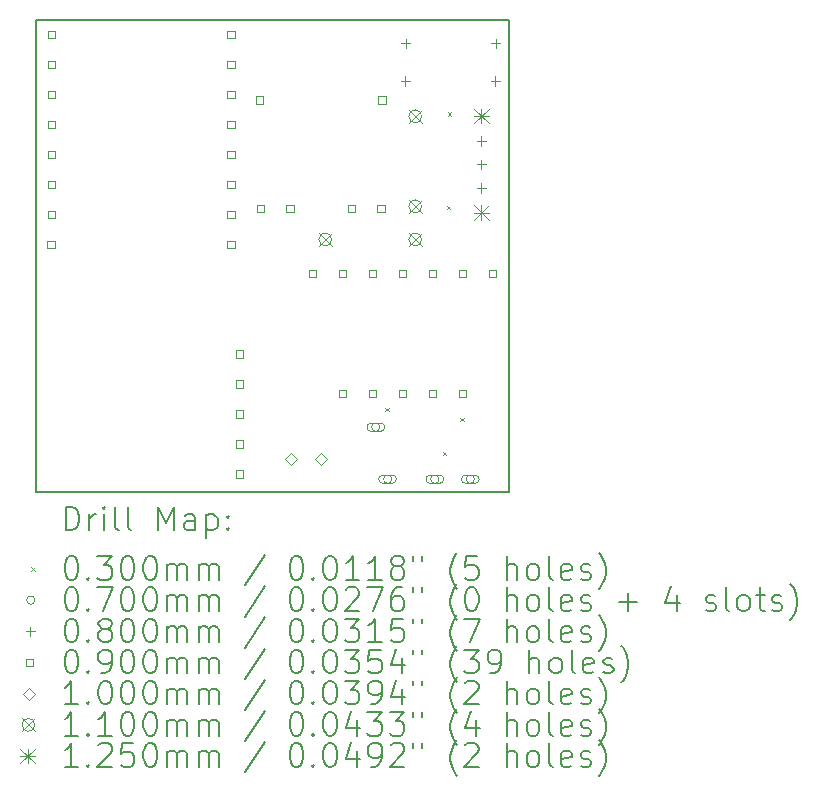
<source format=gbr>
%TF.GenerationSoftware,KiCad,Pcbnew,9.0.2*%
%TF.CreationDate,2025-07-09T02:38:07-04:00*%
%TF.ProjectId,FBT,4642542e-6b69-4636-9164-5f7063625858,rev?*%
%TF.SameCoordinates,Original*%
%TF.FileFunction,Drillmap*%
%TF.FilePolarity,Positive*%
%FSLAX45Y45*%
G04 Gerber Fmt 4.5, Leading zero omitted, Abs format (unit mm)*
G04 Created by KiCad (PCBNEW 9.0.2) date 2025-07-09 02:38:07*
%MOMM*%
%LPD*%
G01*
G04 APERTURE LIST*
%ADD10C,0.200000*%
%ADD11C,0.100000*%
%ADD12C,0.110000*%
%ADD13C,0.125000*%
G04 APERTURE END LIST*
D10*
X13000000Y-5000000D02*
X17000000Y-5000000D01*
X17000000Y-9000000D01*
X13000000Y-9000000D01*
X13000000Y-5000000D01*
D11*
X15955000Y-8285000D02*
X15985000Y-8315000D01*
X15985000Y-8285000D02*
X15955000Y-8315000D01*
X16442750Y-8657250D02*
X16472750Y-8687250D01*
X16472750Y-8657250D02*
X16442750Y-8687250D01*
X16475000Y-6575000D02*
X16505000Y-6605000D01*
X16505000Y-6575000D02*
X16475000Y-6605000D01*
X16485000Y-5785000D02*
X16515000Y-5815000D01*
X16515000Y-5785000D02*
X16485000Y-5815000D01*
X16590000Y-8370000D02*
X16620000Y-8400000D01*
X16620000Y-8370000D02*
X16590000Y-8400000D01*
X15910500Y-8450000D02*
G75*
G02*
X15840500Y-8450000I-35000J0D01*
G01*
X15840500Y-8450000D02*
G75*
G02*
X15910500Y-8450000I35000J0D01*
G01*
X15915500Y-8415000D02*
X15835500Y-8415000D01*
X15835500Y-8485000D02*
G75*
G02*
X15835500Y-8415000I0J35000D01*
G01*
X15835500Y-8485000D02*
X15915500Y-8485000D01*
X15915500Y-8485000D02*
G75*
G03*
X15915500Y-8415000I0J35000D01*
G01*
X16010500Y-8890000D02*
G75*
G02*
X15940500Y-8890000I-35000J0D01*
G01*
X15940500Y-8890000D02*
G75*
G02*
X16010500Y-8890000I35000J0D01*
G01*
X16015500Y-8855000D02*
X15935500Y-8855000D01*
X15935500Y-8925000D02*
G75*
G02*
X15935500Y-8855000I0J35000D01*
G01*
X15935500Y-8925000D02*
X16015500Y-8925000D01*
X16015500Y-8925000D02*
G75*
G03*
X16015500Y-8855000I0J35000D01*
G01*
X16410500Y-8890000D02*
G75*
G02*
X16340500Y-8890000I-35000J0D01*
G01*
X16340500Y-8890000D02*
G75*
G02*
X16410500Y-8890000I35000J0D01*
G01*
X16415500Y-8855000D02*
X16335500Y-8855000D01*
X16335500Y-8925000D02*
G75*
G02*
X16335500Y-8855000I0J35000D01*
G01*
X16335500Y-8925000D02*
X16415500Y-8925000D01*
X16415500Y-8925000D02*
G75*
G03*
X16415500Y-8855000I0J35000D01*
G01*
X16710500Y-8890000D02*
G75*
G02*
X16640500Y-8890000I-35000J0D01*
G01*
X16640500Y-8890000D02*
G75*
G02*
X16710500Y-8890000I35000J0D01*
G01*
X16715500Y-8855000D02*
X16635500Y-8855000D01*
X16635500Y-8925000D02*
G75*
G02*
X16635500Y-8855000I0J35000D01*
G01*
X16635500Y-8925000D02*
X16715500Y-8925000D01*
X16715500Y-8925000D02*
G75*
G03*
X16715500Y-8855000I0J35000D01*
G01*
X16125000Y-5480000D02*
X16125000Y-5560000D01*
X16085000Y-5520000D02*
X16165000Y-5520000D01*
X16128000Y-5160000D02*
X16128000Y-5240000D01*
X16088000Y-5200000D02*
X16168000Y-5200000D01*
X16770000Y-5985000D02*
X16770000Y-6065000D01*
X16730000Y-6025000D02*
X16810000Y-6025000D01*
X16770000Y-6185000D02*
X16770000Y-6265000D01*
X16730000Y-6225000D02*
X16810000Y-6225000D01*
X16770000Y-6385000D02*
X16770000Y-6465000D01*
X16730000Y-6425000D02*
X16810000Y-6425000D01*
X16887000Y-5480000D02*
X16887000Y-5560000D01*
X16847000Y-5520000D02*
X16927000Y-5520000D01*
X16890000Y-5160000D02*
X16890000Y-5240000D01*
X16850000Y-5200000D02*
X16930000Y-5200000D01*
X13159420Y-6935959D02*
X13159420Y-6872319D01*
X13095780Y-6872319D01*
X13095780Y-6935959D01*
X13159420Y-6935959D01*
X13163420Y-5157959D02*
X13163420Y-5094319D01*
X13099780Y-5094319D01*
X13099780Y-5157959D01*
X13163420Y-5157959D01*
X13163420Y-5411959D02*
X13163420Y-5348319D01*
X13099780Y-5348319D01*
X13099780Y-5411959D01*
X13163420Y-5411959D01*
X13163420Y-5665959D02*
X13163420Y-5602319D01*
X13099780Y-5602319D01*
X13099780Y-5665959D01*
X13163420Y-5665959D01*
X13163420Y-5919959D02*
X13163420Y-5856319D01*
X13099780Y-5856319D01*
X13099780Y-5919959D01*
X13163420Y-5919959D01*
X13163420Y-6173959D02*
X13163420Y-6110319D01*
X13099780Y-6110319D01*
X13099780Y-6173959D01*
X13163420Y-6173959D01*
X13163420Y-6427959D02*
X13163420Y-6364319D01*
X13099780Y-6364319D01*
X13099780Y-6427959D01*
X13163420Y-6427959D01*
X13163420Y-6681959D02*
X13163420Y-6618319D01*
X13099780Y-6618319D01*
X13099780Y-6681959D01*
X13163420Y-6681959D01*
X14683420Y-5157959D02*
X14683420Y-5094319D01*
X14619780Y-5094319D01*
X14619780Y-5157959D01*
X14683420Y-5157959D01*
X14683420Y-5411959D02*
X14683420Y-5348319D01*
X14619780Y-5348319D01*
X14619780Y-5411959D01*
X14683420Y-5411959D01*
X14683420Y-5665959D02*
X14683420Y-5602319D01*
X14619780Y-5602319D01*
X14619780Y-5665959D01*
X14683420Y-5665959D01*
X14683420Y-5919959D02*
X14683420Y-5856319D01*
X14619780Y-5856319D01*
X14619780Y-5919959D01*
X14683420Y-5919959D01*
X14683420Y-6173959D02*
X14683420Y-6110319D01*
X14619780Y-6110319D01*
X14619780Y-6173959D01*
X14683420Y-6173959D01*
X14683420Y-6427959D02*
X14683420Y-6364319D01*
X14619780Y-6364319D01*
X14619780Y-6427959D01*
X14683420Y-6427959D01*
X14683420Y-6681959D02*
X14683420Y-6618319D01*
X14619780Y-6618319D01*
X14619780Y-6681959D01*
X14683420Y-6681959D01*
X14683420Y-6935959D02*
X14683420Y-6872319D01*
X14619780Y-6872319D01*
X14619780Y-6935959D01*
X14683420Y-6935959D01*
X14751820Y-7863820D02*
X14751820Y-7800180D01*
X14688180Y-7800180D01*
X14688180Y-7863820D01*
X14751820Y-7863820D01*
X14751820Y-8117820D02*
X14751820Y-8054180D01*
X14688180Y-8054180D01*
X14688180Y-8117820D01*
X14751820Y-8117820D01*
X14751820Y-8371820D02*
X14751820Y-8308180D01*
X14688180Y-8308180D01*
X14688180Y-8371820D01*
X14751820Y-8371820D01*
X14751820Y-8625820D02*
X14751820Y-8562180D01*
X14688180Y-8562180D01*
X14688180Y-8625820D01*
X14751820Y-8625820D01*
X14751820Y-8879820D02*
X14751820Y-8816180D01*
X14688180Y-8816180D01*
X14688180Y-8879820D01*
X14751820Y-8879820D01*
X14921820Y-5711820D02*
X14921820Y-5648180D01*
X14858180Y-5648180D01*
X14858180Y-5711820D01*
X14921820Y-5711820D01*
X14931820Y-6631820D02*
X14931820Y-6568180D01*
X14868180Y-6568180D01*
X14868180Y-6631820D01*
X14931820Y-6631820D01*
X15181820Y-6631820D02*
X15181820Y-6568180D01*
X15118180Y-6568180D01*
X15118180Y-6631820D01*
X15181820Y-6631820D01*
X15371820Y-7181820D02*
X15371820Y-7118180D01*
X15308180Y-7118180D01*
X15308180Y-7181820D01*
X15371820Y-7181820D01*
X15625820Y-7181820D02*
X15625820Y-7118180D01*
X15562180Y-7118180D01*
X15562180Y-7181820D01*
X15625820Y-7181820D01*
X15625820Y-8197820D02*
X15625820Y-8134180D01*
X15562180Y-8134180D01*
X15562180Y-8197820D01*
X15625820Y-8197820D01*
X15701820Y-6631820D02*
X15701820Y-6568180D01*
X15638180Y-6568180D01*
X15638180Y-6631820D01*
X15701820Y-6631820D01*
X15879820Y-7181820D02*
X15879820Y-7118180D01*
X15816180Y-7118180D01*
X15816180Y-7181820D01*
X15879820Y-7181820D01*
X15879820Y-8197820D02*
X15879820Y-8134180D01*
X15816180Y-8134180D01*
X15816180Y-8197820D01*
X15879820Y-8197820D01*
X15951820Y-6631820D02*
X15951820Y-6568180D01*
X15888180Y-6568180D01*
X15888180Y-6631820D01*
X15951820Y-6631820D01*
X15961820Y-5711820D02*
X15961820Y-5648180D01*
X15898180Y-5648180D01*
X15898180Y-5711820D01*
X15961820Y-5711820D01*
X16133820Y-7181820D02*
X16133820Y-7118180D01*
X16070180Y-7118180D01*
X16070180Y-7181820D01*
X16133820Y-7181820D01*
X16133820Y-8197820D02*
X16133820Y-8134180D01*
X16070180Y-8134180D01*
X16070180Y-8197820D01*
X16133820Y-8197820D01*
X16387820Y-7181820D02*
X16387820Y-7118180D01*
X16324180Y-7118180D01*
X16324180Y-7181820D01*
X16387820Y-7181820D01*
X16387820Y-8197820D02*
X16387820Y-8134180D01*
X16324180Y-8134180D01*
X16324180Y-8197820D01*
X16387820Y-8197820D01*
X16641820Y-7181820D02*
X16641820Y-7118180D01*
X16578180Y-7118180D01*
X16578180Y-7181820D01*
X16641820Y-7181820D01*
X16641820Y-8197820D02*
X16641820Y-8134180D01*
X16578180Y-8134180D01*
X16578180Y-8197820D01*
X16641820Y-8197820D01*
X16895820Y-7181820D02*
X16895820Y-7118180D01*
X16832180Y-7118180D01*
X16832180Y-7181820D01*
X16895820Y-7181820D01*
X15160000Y-8770000D02*
X15210000Y-8720000D01*
X15160000Y-8670000D01*
X15110000Y-8720000D01*
X15160000Y-8770000D01*
X15410000Y-8770000D02*
X15460000Y-8720000D01*
X15410000Y-8670000D01*
X15360000Y-8720000D01*
X15410000Y-8770000D01*
D12*
X15393000Y-6805000D02*
X15503000Y-6915000D01*
X15503000Y-6805000D02*
X15393000Y-6915000D01*
X15503000Y-6860000D02*
G75*
G02*
X15393000Y-6860000I-55000J0D01*
G01*
X15393000Y-6860000D02*
G75*
G02*
X15503000Y-6860000I55000J0D01*
G01*
X16155000Y-5763000D02*
X16265000Y-5873000D01*
X16265000Y-5763000D02*
X16155000Y-5873000D01*
X16265000Y-5818000D02*
G75*
G02*
X16155000Y-5818000I-55000J0D01*
G01*
X16155000Y-5818000D02*
G75*
G02*
X16265000Y-5818000I55000J0D01*
G01*
X16155000Y-6525000D02*
X16265000Y-6635000D01*
X16265000Y-6525000D02*
X16155000Y-6635000D01*
X16265000Y-6580000D02*
G75*
G02*
X16155000Y-6580000I-55000J0D01*
G01*
X16155000Y-6580000D02*
G75*
G02*
X16265000Y-6580000I55000J0D01*
G01*
X16155000Y-6805000D02*
X16265000Y-6915000D01*
X16265000Y-6805000D02*
X16155000Y-6915000D01*
X16265000Y-6860000D02*
G75*
G02*
X16155000Y-6860000I-55000J0D01*
G01*
X16155000Y-6860000D02*
G75*
G02*
X16265000Y-6860000I55000J0D01*
G01*
D13*
X16707500Y-5752500D02*
X16832500Y-5877500D01*
X16832500Y-5752500D02*
X16707500Y-5877500D01*
X16770000Y-5752500D02*
X16770000Y-5877500D01*
X16707500Y-5815000D02*
X16832500Y-5815000D01*
X16707500Y-6572500D02*
X16832500Y-6697500D01*
X16832500Y-6572500D02*
X16707500Y-6697500D01*
X16770000Y-6572500D02*
X16770000Y-6697500D01*
X16707500Y-6635000D02*
X16832500Y-6635000D01*
D10*
X13250777Y-9321484D02*
X13250777Y-9121484D01*
X13250777Y-9121484D02*
X13298396Y-9121484D01*
X13298396Y-9121484D02*
X13326967Y-9131008D01*
X13326967Y-9131008D02*
X13346015Y-9150055D01*
X13346015Y-9150055D02*
X13355539Y-9169103D01*
X13355539Y-9169103D02*
X13365062Y-9207198D01*
X13365062Y-9207198D02*
X13365062Y-9235770D01*
X13365062Y-9235770D02*
X13355539Y-9273865D01*
X13355539Y-9273865D02*
X13346015Y-9292912D01*
X13346015Y-9292912D02*
X13326967Y-9311960D01*
X13326967Y-9311960D02*
X13298396Y-9321484D01*
X13298396Y-9321484D02*
X13250777Y-9321484D01*
X13450777Y-9321484D02*
X13450777Y-9188150D01*
X13450777Y-9226246D02*
X13460301Y-9207198D01*
X13460301Y-9207198D02*
X13469824Y-9197674D01*
X13469824Y-9197674D02*
X13488872Y-9188150D01*
X13488872Y-9188150D02*
X13507920Y-9188150D01*
X13574586Y-9321484D02*
X13574586Y-9188150D01*
X13574586Y-9121484D02*
X13565062Y-9131008D01*
X13565062Y-9131008D02*
X13574586Y-9140531D01*
X13574586Y-9140531D02*
X13584110Y-9131008D01*
X13584110Y-9131008D02*
X13574586Y-9121484D01*
X13574586Y-9121484D02*
X13574586Y-9140531D01*
X13698396Y-9321484D02*
X13679348Y-9311960D01*
X13679348Y-9311960D02*
X13669824Y-9292912D01*
X13669824Y-9292912D02*
X13669824Y-9121484D01*
X13803158Y-9321484D02*
X13784110Y-9311960D01*
X13784110Y-9311960D02*
X13774586Y-9292912D01*
X13774586Y-9292912D02*
X13774586Y-9121484D01*
X14031729Y-9321484D02*
X14031729Y-9121484D01*
X14031729Y-9121484D02*
X14098396Y-9264341D01*
X14098396Y-9264341D02*
X14165062Y-9121484D01*
X14165062Y-9121484D02*
X14165062Y-9321484D01*
X14346015Y-9321484D02*
X14346015Y-9216722D01*
X14346015Y-9216722D02*
X14336491Y-9197674D01*
X14336491Y-9197674D02*
X14317443Y-9188150D01*
X14317443Y-9188150D02*
X14279348Y-9188150D01*
X14279348Y-9188150D02*
X14260301Y-9197674D01*
X14346015Y-9311960D02*
X14326967Y-9321484D01*
X14326967Y-9321484D02*
X14279348Y-9321484D01*
X14279348Y-9321484D02*
X14260301Y-9311960D01*
X14260301Y-9311960D02*
X14250777Y-9292912D01*
X14250777Y-9292912D02*
X14250777Y-9273865D01*
X14250777Y-9273865D02*
X14260301Y-9254817D01*
X14260301Y-9254817D02*
X14279348Y-9245293D01*
X14279348Y-9245293D02*
X14326967Y-9245293D01*
X14326967Y-9245293D02*
X14346015Y-9235770D01*
X14441253Y-9188150D02*
X14441253Y-9388150D01*
X14441253Y-9197674D02*
X14460301Y-9188150D01*
X14460301Y-9188150D02*
X14498396Y-9188150D01*
X14498396Y-9188150D02*
X14517443Y-9197674D01*
X14517443Y-9197674D02*
X14526967Y-9207198D01*
X14526967Y-9207198D02*
X14536491Y-9226246D01*
X14536491Y-9226246D02*
X14536491Y-9283389D01*
X14536491Y-9283389D02*
X14526967Y-9302436D01*
X14526967Y-9302436D02*
X14517443Y-9311960D01*
X14517443Y-9311960D02*
X14498396Y-9321484D01*
X14498396Y-9321484D02*
X14460301Y-9321484D01*
X14460301Y-9321484D02*
X14441253Y-9311960D01*
X14622205Y-9302436D02*
X14631729Y-9311960D01*
X14631729Y-9311960D02*
X14622205Y-9321484D01*
X14622205Y-9321484D02*
X14612682Y-9311960D01*
X14612682Y-9311960D02*
X14622205Y-9302436D01*
X14622205Y-9302436D02*
X14622205Y-9321484D01*
X14622205Y-9197674D02*
X14631729Y-9207198D01*
X14631729Y-9207198D02*
X14622205Y-9216722D01*
X14622205Y-9216722D02*
X14612682Y-9207198D01*
X14612682Y-9207198D02*
X14622205Y-9197674D01*
X14622205Y-9197674D02*
X14622205Y-9216722D01*
D11*
X12960000Y-9635000D02*
X12990000Y-9665000D01*
X12990000Y-9635000D02*
X12960000Y-9665000D01*
D10*
X13288872Y-9541484D02*
X13307920Y-9541484D01*
X13307920Y-9541484D02*
X13326967Y-9551008D01*
X13326967Y-9551008D02*
X13336491Y-9560531D01*
X13336491Y-9560531D02*
X13346015Y-9579579D01*
X13346015Y-9579579D02*
X13355539Y-9617674D01*
X13355539Y-9617674D02*
X13355539Y-9665293D01*
X13355539Y-9665293D02*
X13346015Y-9703389D01*
X13346015Y-9703389D02*
X13336491Y-9722436D01*
X13336491Y-9722436D02*
X13326967Y-9731960D01*
X13326967Y-9731960D02*
X13307920Y-9741484D01*
X13307920Y-9741484D02*
X13288872Y-9741484D01*
X13288872Y-9741484D02*
X13269824Y-9731960D01*
X13269824Y-9731960D02*
X13260301Y-9722436D01*
X13260301Y-9722436D02*
X13250777Y-9703389D01*
X13250777Y-9703389D02*
X13241253Y-9665293D01*
X13241253Y-9665293D02*
X13241253Y-9617674D01*
X13241253Y-9617674D02*
X13250777Y-9579579D01*
X13250777Y-9579579D02*
X13260301Y-9560531D01*
X13260301Y-9560531D02*
X13269824Y-9551008D01*
X13269824Y-9551008D02*
X13288872Y-9541484D01*
X13441253Y-9722436D02*
X13450777Y-9731960D01*
X13450777Y-9731960D02*
X13441253Y-9741484D01*
X13441253Y-9741484D02*
X13431729Y-9731960D01*
X13431729Y-9731960D02*
X13441253Y-9722436D01*
X13441253Y-9722436D02*
X13441253Y-9741484D01*
X13517443Y-9541484D02*
X13641253Y-9541484D01*
X13641253Y-9541484D02*
X13574586Y-9617674D01*
X13574586Y-9617674D02*
X13603158Y-9617674D01*
X13603158Y-9617674D02*
X13622205Y-9627198D01*
X13622205Y-9627198D02*
X13631729Y-9636722D01*
X13631729Y-9636722D02*
X13641253Y-9655770D01*
X13641253Y-9655770D02*
X13641253Y-9703389D01*
X13641253Y-9703389D02*
X13631729Y-9722436D01*
X13631729Y-9722436D02*
X13622205Y-9731960D01*
X13622205Y-9731960D02*
X13603158Y-9741484D01*
X13603158Y-9741484D02*
X13546015Y-9741484D01*
X13546015Y-9741484D02*
X13526967Y-9731960D01*
X13526967Y-9731960D02*
X13517443Y-9722436D01*
X13765062Y-9541484D02*
X13784110Y-9541484D01*
X13784110Y-9541484D02*
X13803158Y-9551008D01*
X13803158Y-9551008D02*
X13812682Y-9560531D01*
X13812682Y-9560531D02*
X13822205Y-9579579D01*
X13822205Y-9579579D02*
X13831729Y-9617674D01*
X13831729Y-9617674D02*
X13831729Y-9665293D01*
X13831729Y-9665293D02*
X13822205Y-9703389D01*
X13822205Y-9703389D02*
X13812682Y-9722436D01*
X13812682Y-9722436D02*
X13803158Y-9731960D01*
X13803158Y-9731960D02*
X13784110Y-9741484D01*
X13784110Y-9741484D02*
X13765062Y-9741484D01*
X13765062Y-9741484D02*
X13746015Y-9731960D01*
X13746015Y-9731960D02*
X13736491Y-9722436D01*
X13736491Y-9722436D02*
X13726967Y-9703389D01*
X13726967Y-9703389D02*
X13717443Y-9665293D01*
X13717443Y-9665293D02*
X13717443Y-9617674D01*
X13717443Y-9617674D02*
X13726967Y-9579579D01*
X13726967Y-9579579D02*
X13736491Y-9560531D01*
X13736491Y-9560531D02*
X13746015Y-9551008D01*
X13746015Y-9551008D02*
X13765062Y-9541484D01*
X13955539Y-9541484D02*
X13974586Y-9541484D01*
X13974586Y-9541484D02*
X13993634Y-9551008D01*
X13993634Y-9551008D02*
X14003158Y-9560531D01*
X14003158Y-9560531D02*
X14012682Y-9579579D01*
X14012682Y-9579579D02*
X14022205Y-9617674D01*
X14022205Y-9617674D02*
X14022205Y-9665293D01*
X14022205Y-9665293D02*
X14012682Y-9703389D01*
X14012682Y-9703389D02*
X14003158Y-9722436D01*
X14003158Y-9722436D02*
X13993634Y-9731960D01*
X13993634Y-9731960D02*
X13974586Y-9741484D01*
X13974586Y-9741484D02*
X13955539Y-9741484D01*
X13955539Y-9741484D02*
X13936491Y-9731960D01*
X13936491Y-9731960D02*
X13926967Y-9722436D01*
X13926967Y-9722436D02*
X13917443Y-9703389D01*
X13917443Y-9703389D02*
X13907920Y-9665293D01*
X13907920Y-9665293D02*
X13907920Y-9617674D01*
X13907920Y-9617674D02*
X13917443Y-9579579D01*
X13917443Y-9579579D02*
X13926967Y-9560531D01*
X13926967Y-9560531D02*
X13936491Y-9551008D01*
X13936491Y-9551008D02*
X13955539Y-9541484D01*
X14107920Y-9741484D02*
X14107920Y-9608150D01*
X14107920Y-9627198D02*
X14117443Y-9617674D01*
X14117443Y-9617674D02*
X14136491Y-9608150D01*
X14136491Y-9608150D02*
X14165063Y-9608150D01*
X14165063Y-9608150D02*
X14184110Y-9617674D01*
X14184110Y-9617674D02*
X14193634Y-9636722D01*
X14193634Y-9636722D02*
X14193634Y-9741484D01*
X14193634Y-9636722D02*
X14203158Y-9617674D01*
X14203158Y-9617674D02*
X14222205Y-9608150D01*
X14222205Y-9608150D02*
X14250777Y-9608150D01*
X14250777Y-9608150D02*
X14269824Y-9617674D01*
X14269824Y-9617674D02*
X14279348Y-9636722D01*
X14279348Y-9636722D02*
X14279348Y-9741484D01*
X14374586Y-9741484D02*
X14374586Y-9608150D01*
X14374586Y-9627198D02*
X14384110Y-9617674D01*
X14384110Y-9617674D02*
X14403158Y-9608150D01*
X14403158Y-9608150D02*
X14431729Y-9608150D01*
X14431729Y-9608150D02*
X14450777Y-9617674D01*
X14450777Y-9617674D02*
X14460301Y-9636722D01*
X14460301Y-9636722D02*
X14460301Y-9741484D01*
X14460301Y-9636722D02*
X14469824Y-9617674D01*
X14469824Y-9617674D02*
X14488872Y-9608150D01*
X14488872Y-9608150D02*
X14517443Y-9608150D01*
X14517443Y-9608150D02*
X14536491Y-9617674D01*
X14536491Y-9617674D02*
X14546015Y-9636722D01*
X14546015Y-9636722D02*
X14546015Y-9741484D01*
X14936491Y-9531960D02*
X14765063Y-9789103D01*
X15193634Y-9541484D02*
X15212682Y-9541484D01*
X15212682Y-9541484D02*
X15231729Y-9551008D01*
X15231729Y-9551008D02*
X15241253Y-9560531D01*
X15241253Y-9560531D02*
X15250777Y-9579579D01*
X15250777Y-9579579D02*
X15260301Y-9617674D01*
X15260301Y-9617674D02*
X15260301Y-9665293D01*
X15260301Y-9665293D02*
X15250777Y-9703389D01*
X15250777Y-9703389D02*
X15241253Y-9722436D01*
X15241253Y-9722436D02*
X15231729Y-9731960D01*
X15231729Y-9731960D02*
X15212682Y-9741484D01*
X15212682Y-9741484D02*
X15193634Y-9741484D01*
X15193634Y-9741484D02*
X15174586Y-9731960D01*
X15174586Y-9731960D02*
X15165063Y-9722436D01*
X15165063Y-9722436D02*
X15155539Y-9703389D01*
X15155539Y-9703389D02*
X15146015Y-9665293D01*
X15146015Y-9665293D02*
X15146015Y-9617674D01*
X15146015Y-9617674D02*
X15155539Y-9579579D01*
X15155539Y-9579579D02*
X15165063Y-9560531D01*
X15165063Y-9560531D02*
X15174586Y-9551008D01*
X15174586Y-9551008D02*
X15193634Y-9541484D01*
X15346015Y-9722436D02*
X15355539Y-9731960D01*
X15355539Y-9731960D02*
X15346015Y-9741484D01*
X15346015Y-9741484D02*
X15336491Y-9731960D01*
X15336491Y-9731960D02*
X15346015Y-9722436D01*
X15346015Y-9722436D02*
X15346015Y-9741484D01*
X15479348Y-9541484D02*
X15498396Y-9541484D01*
X15498396Y-9541484D02*
X15517444Y-9551008D01*
X15517444Y-9551008D02*
X15526967Y-9560531D01*
X15526967Y-9560531D02*
X15536491Y-9579579D01*
X15536491Y-9579579D02*
X15546015Y-9617674D01*
X15546015Y-9617674D02*
X15546015Y-9665293D01*
X15546015Y-9665293D02*
X15536491Y-9703389D01*
X15536491Y-9703389D02*
X15526967Y-9722436D01*
X15526967Y-9722436D02*
X15517444Y-9731960D01*
X15517444Y-9731960D02*
X15498396Y-9741484D01*
X15498396Y-9741484D02*
X15479348Y-9741484D01*
X15479348Y-9741484D02*
X15460301Y-9731960D01*
X15460301Y-9731960D02*
X15450777Y-9722436D01*
X15450777Y-9722436D02*
X15441253Y-9703389D01*
X15441253Y-9703389D02*
X15431729Y-9665293D01*
X15431729Y-9665293D02*
X15431729Y-9617674D01*
X15431729Y-9617674D02*
X15441253Y-9579579D01*
X15441253Y-9579579D02*
X15450777Y-9560531D01*
X15450777Y-9560531D02*
X15460301Y-9551008D01*
X15460301Y-9551008D02*
X15479348Y-9541484D01*
X15736491Y-9741484D02*
X15622206Y-9741484D01*
X15679348Y-9741484D02*
X15679348Y-9541484D01*
X15679348Y-9541484D02*
X15660301Y-9570055D01*
X15660301Y-9570055D02*
X15641253Y-9589103D01*
X15641253Y-9589103D02*
X15622206Y-9598627D01*
X15926967Y-9741484D02*
X15812682Y-9741484D01*
X15869825Y-9741484D02*
X15869825Y-9541484D01*
X15869825Y-9541484D02*
X15850777Y-9570055D01*
X15850777Y-9570055D02*
X15831729Y-9589103D01*
X15831729Y-9589103D02*
X15812682Y-9598627D01*
X16041253Y-9627198D02*
X16022206Y-9617674D01*
X16022206Y-9617674D02*
X16012682Y-9608150D01*
X16012682Y-9608150D02*
X16003158Y-9589103D01*
X16003158Y-9589103D02*
X16003158Y-9579579D01*
X16003158Y-9579579D02*
X16012682Y-9560531D01*
X16012682Y-9560531D02*
X16022206Y-9551008D01*
X16022206Y-9551008D02*
X16041253Y-9541484D01*
X16041253Y-9541484D02*
X16079348Y-9541484D01*
X16079348Y-9541484D02*
X16098396Y-9551008D01*
X16098396Y-9551008D02*
X16107920Y-9560531D01*
X16107920Y-9560531D02*
X16117444Y-9579579D01*
X16117444Y-9579579D02*
X16117444Y-9589103D01*
X16117444Y-9589103D02*
X16107920Y-9608150D01*
X16107920Y-9608150D02*
X16098396Y-9617674D01*
X16098396Y-9617674D02*
X16079348Y-9627198D01*
X16079348Y-9627198D02*
X16041253Y-9627198D01*
X16041253Y-9627198D02*
X16022206Y-9636722D01*
X16022206Y-9636722D02*
X16012682Y-9646246D01*
X16012682Y-9646246D02*
X16003158Y-9665293D01*
X16003158Y-9665293D02*
X16003158Y-9703389D01*
X16003158Y-9703389D02*
X16012682Y-9722436D01*
X16012682Y-9722436D02*
X16022206Y-9731960D01*
X16022206Y-9731960D02*
X16041253Y-9741484D01*
X16041253Y-9741484D02*
X16079348Y-9741484D01*
X16079348Y-9741484D02*
X16098396Y-9731960D01*
X16098396Y-9731960D02*
X16107920Y-9722436D01*
X16107920Y-9722436D02*
X16117444Y-9703389D01*
X16117444Y-9703389D02*
X16117444Y-9665293D01*
X16117444Y-9665293D02*
X16107920Y-9646246D01*
X16107920Y-9646246D02*
X16098396Y-9636722D01*
X16098396Y-9636722D02*
X16079348Y-9627198D01*
X16193634Y-9541484D02*
X16193634Y-9579579D01*
X16269825Y-9541484D02*
X16269825Y-9579579D01*
X16565063Y-9817674D02*
X16555539Y-9808150D01*
X16555539Y-9808150D02*
X16536491Y-9779579D01*
X16536491Y-9779579D02*
X16526968Y-9760531D01*
X16526968Y-9760531D02*
X16517444Y-9731960D01*
X16517444Y-9731960D02*
X16507920Y-9684341D01*
X16507920Y-9684341D02*
X16507920Y-9646246D01*
X16507920Y-9646246D02*
X16517444Y-9598627D01*
X16517444Y-9598627D02*
X16526968Y-9570055D01*
X16526968Y-9570055D02*
X16536491Y-9551008D01*
X16536491Y-9551008D02*
X16555539Y-9522436D01*
X16555539Y-9522436D02*
X16565063Y-9512912D01*
X16736491Y-9541484D02*
X16641253Y-9541484D01*
X16641253Y-9541484D02*
X16631729Y-9636722D01*
X16631729Y-9636722D02*
X16641253Y-9627198D01*
X16641253Y-9627198D02*
X16660301Y-9617674D01*
X16660301Y-9617674D02*
X16707920Y-9617674D01*
X16707920Y-9617674D02*
X16726968Y-9627198D01*
X16726968Y-9627198D02*
X16736491Y-9636722D01*
X16736491Y-9636722D02*
X16746015Y-9655770D01*
X16746015Y-9655770D02*
X16746015Y-9703389D01*
X16746015Y-9703389D02*
X16736491Y-9722436D01*
X16736491Y-9722436D02*
X16726968Y-9731960D01*
X16726968Y-9731960D02*
X16707920Y-9741484D01*
X16707920Y-9741484D02*
X16660301Y-9741484D01*
X16660301Y-9741484D02*
X16641253Y-9731960D01*
X16641253Y-9731960D02*
X16631729Y-9722436D01*
X16984111Y-9741484D02*
X16984111Y-9541484D01*
X17069825Y-9741484D02*
X17069825Y-9636722D01*
X17069825Y-9636722D02*
X17060301Y-9617674D01*
X17060301Y-9617674D02*
X17041253Y-9608150D01*
X17041253Y-9608150D02*
X17012682Y-9608150D01*
X17012682Y-9608150D02*
X16993634Y-9617674D01*
X16993634Y-9617674D02*
X16984111Y-9627198D01*
X17193634Y-9741484D02*
X17174587Y-9731960D01*
X17174587Y-9731960D02*
X17165063Y-9722436D01*
X17165063Y-9722436D02*
X17155539Y-9703389D01*
X17155539Y-9703389D02*
X17155539Y-9646246D01*
X17155539Y-9646246D02*
X17165063Y-9627198D01*
X17165063Y-9627198D02*
X17174587Y-9617674D01*
X17174587Y-9617674D02*
X17193634Y-9608150D01*
X17193634Y-9608150D02*
X17222206Y-9608150D01*
X17222206Y-9608150D02*
X17241253Y-9617674D01*
X17241253Y-9617674D02*
X17250777Y-9627198D01*
X17250777Y-9627198D02*
X17260301Y-9646246D01*
X17260301Y-9646246D02*
X17260301Y-9703389D01*
X17260301Y-9703389D02*
X17250777Y-9722436D01*
X17250777Y-9722436D02*
X17241253Y-9731960D01*
X17241253Y-9731960D02*
X17222206Y-9741484D01*
X17222206Y-9741484D02*
X17193634Y-9741484D01*
X17374587Y-9741484D02*
X17355539Y-9731960D01*
X17355539Y-9731960D02*
X17346015Y-9712912D01*
X17346015Y-9712912D02*
X17346015Y-9541484D01*
X17526968Y-9731960D02*
X17507920Y-9741484D01*
X17507920Y-9741484D02*
X17469825Y-9741484D01*
X17469825Y-9741484D02*
X17450777Y-9731960D01*
X17450777Y-9731960D02*
X17441253Y-9712912D01*
X17441253Y-9712912D02*
X17441253Y-9636722D01*
X17441253Y-9636722D02*
X17450777Y-9617674D01*
X17450777Y-9617674D02*
X17469825Y-9608150D01*
X17469825Y-9608150D02*
X17507920Y-9608150D01*
X17507920Y-9608150D02*
X17526968Y-9617674D01*
X17526968Y-9617674D02*
X17536492Y-9636722D01*
X17536492Y-9636722D02*
X17536492Y-9655770D01*
X17536492Y-9655770D02*
X17441253Y-9674817D01*
X17612682Y-9731960D02*
X17631730Y-9741484D01*
X17631730Y-9741484D02*
X17669825Y-9741484D01*
X17669825Y-9741484D02*
X17688873Y-9731960D01*
X17688873Y-9731960D02*
X17698396Y-9712912D01*
X17698396Y-9712912D02*
X17698396Y-9703389D01*
X17698396Y-9703389D02*
X17688873Y-9684341D01*
X17688873Y-9684341D02*
X17669825Y-9674817D01*
X17669825Y-9674817D02*
X17641253Y-9674817D01*
X17641253Y-9674817D02*
X17622206Y-9665293D01*
X17622206Y-9665293D02*
X17612682Y-9646246D01*
X17612682Y-9646246D02*
X17612682Y-9636722D01*
X17612682Y-9636722D02*
X17622206Y-9617674D01*
X17622206Y-9617674D02*
X17641253Y-9608150D01*
X17641253Y-9608150D02*
X17669825Y-9608150D01*
X17669825Y-9608150D02*
X17688873Y-9617674D01*
X17765063Y-9817674D02*
X17774587Y-9808150D01*
X17774587Y-9808150D02*
X17793634Y-9779579D01*
X17793634Y-9779579D02*
X17803158Y-9760531D01*
X17803158Y-9760531D02*
X17812682Y-9731960D01*
X17812682Y-9731960D02*
X17822206Y-9684341D01*
X17822206Y-9684341D02*
X17822206Y-9646246D01*
X17822206Y-9646246D02*
X17812682Y-9598627D01*
X17812682Y-9598627D02*
X17803158Y-9570055D01*
X17803158Y-9570055D02*
X17793634Y-9551008D01*
X17793634Y-9551008D02*
X17774587Y-9522436D01*
X17774587Y-9522436D02*
X17765063Y-9512912D01*
D11*
X12990000Y-9914000D02*
G75*
G02*
X12920000Y-9914000I-35000J0D01*
G01*
X12920000Y-9914000D02*
G75*
G02*
X12990000Y-9914000I35000J0D01*
G01*
D10*
X13288872Y-9805484D02*
X13307920Y-9805484D01*
X13307920Y-9805484D02*
X13326967Y-9815008D01*
X13326967Y-9815008D02*
X13336491Y-9824531D01*
X13336491Y-9824531D02*
X13346015Y-9843579D01*
X13346015Y-9843579D02*
X13355539Y-9881674D01*
X13355539Y-9881674D02*
X13355539Y-9929293D01*
X13355539Y-9929293D02*
X13346015Y-9967389D01*
X13346015Y-9967389D02*
X13336491Y-9986436D01*
X13336491Y-9986436D02*
X13326967Y-9995960D01*
X13326967Y-9995960D02*
X13307920Y-10005484D01*
X13307920Y-10005484D02*
X13288872Y-10005484D01*
X13288872Y-10005484D02*
X13269824Y-9995960D01*
X13269824Y-9995960D02*
X13260301Y-9986436D01*
X13260301Y-9986436D02*
X13250777Y-9967389D01*
X13250777Y-9967389D02*
X13241253Y-9929293D01*
X13241253Y-9929293D02*
X13241253Y-9881674D01*
X13241253Y-9881674D02*
X13250777Y-9843579D01*
X13250777Y-9843579D02*
X13260301Y-9824531D01*
X13260301Y-9824531D02*
X13269824Y-9815008D01*
X13269824Y-9815008D02*
X13288872Y-9805484D01*
X13441253Y-9986436D02*
X13450777Y-9995960D01*
X13450777Y-9995960D02*
X13441253Y-10005484D01*
X13441253Y-10005484D02*
X13431729Y-9995960D01*
X13431729Y-9995960D02*
X13441253Y-9986436D01*
X13441253Y-9986436D02*
X13441253Y-10005484D01*
X13517443Y-9805484D02*
X13650777Y-9805484D01*
X13650777Y-9805484D02*
X13565062Y-10005484D01*
X13765062Y-9805484D02*
X13784110Y-9805484D01*
X13784110Y-9805484D02*
X13803158Y-9815008D01*
X13803158Y-9815008D02*
X13812682Y-9824531D01*
X13812682Y-9824531D02*
X13822205Y-9843579D01*
X13822205Y-9843579D02*
X13831729Y-9881674D01*
X13831729Y-9881674D02*
X13831729Y-9929293D01*
X13831729Y-9929293D02*
X13822205Y-9967389D01*
X13822205Y-9967389D02*
X13812682Y-9986436D01*
X13812682Y-9986436D02*
X13803158Y-9995960D01*
X13803158Y-9995960D02*
X13784110Y-10005484D01*
X13784110Y-10005484D02*
X13765062Y-10005484D01*
X13765062Y-10005484D02*
X13746015Y-9995960D01*
X13746015Y-9995960D02*
X13736491Y-9986436D01*
X13736491Y-9986436D02*
X13726967Y-9967389D01*
X13726967Y-9967389D02*
X13717443Y-9929293D01*
X13717443Y-9929293D02*
X13717443Y-9881674D01*
X13717443Y-9881674D02*
X13726967Y-9843579D01*
X13726967Y-9843579D02*
X13736491Y-9824531D01*
X13736491Y-9824531D02*
X13746015Y-9815008D01*
X13746015Y-9815008D02*
X13765062Y-9805484D01*
X13955539Y-9805484D02*
X13974586Y-9805484D01*
X13974586Y-9805484D02*
X13993634Y-9815008D01*
X13993634Y-9815008D02*
X14003158Y-9824531D01*
X14003158Y-9824531D02*
X14012682Y-9843579D01*
X14012682Y-9843579D02*
X14022205Y-9881674D01*
X14022205Y-9881674D02*
X14022205Y-9929293D01*
X14022205Y-9929293D02*
X14012682Y-9967389D01*
X14012682Y-9967389D02*
X14003158Y-9986436D01*
X14003158Y-9986436D02*
X13993634Y-9995960D01*
X13993634Y-9995960D02*
X13974586Y-10005484D01*
X13974586Y-10005484D02*
X13955539Y-10005484D01*
X13955539Y-10005484D02*
X13936491Y-9995960D01*
X13936491Y-9995960D02*
X13926967Y-9986436D01*
X13926967Y-9986436D02*
X13917443Y-9967389D01*
X13917443Y-9967389D02*
X13907920Y-9929293D01*
X13907920Y-9929293D02*
X13907920Y-9881674D01*
X13907920Y-9881674D02*
X13917443Y-9843579D01*
X13917443Y-9843579D02*
X13926967Y-9824531D01*
X13926967Y-9824531D02*
X13936491Y-9815008D01*
X13936491Y-9815008D02*
X13955539Y-9805484D01*
X14107920Y-10005484D02*
X14107920Y-9872150D01*
X14107920Y-9891198D02*
X14117443Y-9881674D01*
X14117443Y-9881674D02*
X14136491Y-9872150D01*
X14136491Y-9872150D02*
X14165063Y-9872150D01*
X14165063Y-9872150D02*
X14184110Y-9881674D01*
X14184110Y-9881674D02*
X14193634Y-9900722D01*
X14193634Y-9900722D02*
X14193634Y-10005484D01*
X14193634Y-9900722D02*
X14203158Y-9881674D01*
X14203158Y-9881674D02*
X14222205Y-9872150D01*
X14222205Y-9872150D02*
X14250777Y-9872150D01*
X14250777Y-9872150D02*
X14269824Y-9881674D01*
X14269824Y-9881674D02*
X14279348Y-9900722D01*
X14279348Y-9900722D02*
X14279348Y-10005484D01*
X14374586Y-10005484D02*
X14374586Y-9872150D01*
X14374586Y-9891198D02*
X14384110Y-9881674D01*
X14384110Y-9881674D02*
X14403158Y-9872150D01*
X14403158Y-9872150D02*
X14431729Y-9872150D01*
X14431729Y-9872150D02*
X14450777Y-9881674D01*
X14450777Y-9881674D02*
X14460301Y-9900722D01*
X14460301Y-9900722D02*
X14460301Y-10005484D01*
X14460301Y-9900722D02*
X14469824Y-9881674D01*
X14469824Y-9881674D02*
X14488872Y-9872150D01*
X14488872Y-9872150D02*
X14517443Y-9872150D01*
X14517443Y-9872150D02*
X14536491Y-9881674D01*
X14536491Y-9881674D02*
X14546015Y-9900722D01*
X14546015Y-9900722D02*
X14546015Y-10005484D01*
X14936491Y-9795960D02*
X14765063Y-10053103D01*
X15193634Y-9805484D02*
X15212682Y-9805484D01*
X15212682Y-9805484D02*
X15231729Y-9815008D01*
X15231729Y-9815008D02*
X15241253Y-9824531D01*
X15241253Y-9824531D02*
X15250777Y-9843579D01*
X15250777Y-9843579D02*
X15260301Y-9881674D01*
X15260301Y-9881674D02*
X15260301Y-9929293D01*
X15260301Y-9929293D02*
X15250777Y-9967389D01*
X15250777Y-9967389D02*
X15241253Y-9986436D01*
X15241253Y-9986436D02*
X15231729Y-9995960D01*
X15231729Y-9995960D02*
X15212682Y-10005484D01*
X15212682Y-10005484D02*
X15193634Y-10005484D01*
X15193634Y-10005484D02*
X15174586Y-9995960D01*
X15174586Y-9995960D02*
X15165063Y-9986436D01*
X15165063Y-9986436D02*
X15155539Y-9967389D01*
X15155539Y-9967389D02*
X15146015Y-9929293D01*
X15146015Y-9929293D02*
X15146015Y-9881674D01*
X15146015Y-9881674D02*
X15155539Y-9843579D01*
X15155539Y-9843579D02*
X15165063Y-9824531D01*
X15165063Y-9824531D02*
X15174586Y-9815008D01*
X15174586Y-9815008D02*
X15193634Y-9805484D01*
X15346015Y-9986436D02*
X15355539Y-9995960D01*
X15355539Y-9995960D02*
X15346015Y-10005484D01*
X15346015Y-10005484D02*
X15336491Y-9995960D01*
X15336491Y-9995960D02*
X15346015Y-9986436D01*
X15346015Y-9986436D02*
X15346015Y-10005484D01*
X15479348Y-9805484D02*
X15498396Y-9805484D01*
X15498396Y-9805484D02*
X15517444Y-9815008D01*
X15517444Y-9815008D02*
X15526967Y-9824531D01*
X15526967Y-9824531D02*
X15536491Y-9843579D01*
X15536491Y-9843579D02*
X15546015Y-9881674D01*
X15546015Y-9881674D02*
X15546015Y-9929293D01*
X15546015Y-9929293D02*
X15536491Y-9967389D01*
X15536491Y-9967389D02*
X15526967Y-9986436D01*
X15526967Y-9986436D02*
X15517444Y-9995960D01*
X15517444Y-9995960D02*
X15498396Y-10005484D01*
X15498396Y-10005484D02*
X15479348Y-10005484D01*
X15479348Y-10005484D02*
X15460301Y-9995960D01*
X15460301Y-9995960D02*
X15450777Y-9986436D01*
X15450777Y-9986436D02*
X15441253Y-9967389D01*
X15441253Y-9967389D02*
X15431729Y-9929293D01*
X15431729Y-9929293D02*
X15431729Y-9881674D01*
X15431729Y-9881674D02*
X15441253Y-9843579D01*
X15441253Y-9843579D02*
X15450777Y-9824531D01*
X15450777Y-9824531D02*
X15460301Y-9815008D01*
X15460301Y-9815008D02*
X15479348Y-9805484D01*
X15622206Y-9824531D02*
X15631729Y-9815008D01*
X15631729Y-9815008D02*
X15650777Y-9805484D01*
X15650777Y-9805484D02*
X15698396Y-9805484D01*
X15698396Y-9805484D02*
X15717444Y-9815008D01*
X15717444Y-9815008D02*
X15726967Y-9824531D01*
X15726967Y-9824531D02*
X15736491Y-9843579D01*
X15736491Y-9843579D02*
X15736491Y-9862627D01*
X15736491Y-9862627D02*
X15726967Y-9891198D01*
X15726967Y-9891198D02*
X15612682Y-10005484D01*
X15612682Y-10005484D02*
X15736491Y-10005484D01*
X15803158Y-9805484D02*
X15936491Y-9805484D01*
X15936491Y-9805484D02*
X15850777Y-10005484D01*
X16098396Y-9805484D02*
X16060301Y-9805484D01*
X16060301Y-9805484D02*
X16041253Y-9815008D01*
X16041253Y-9815008D02*
X16031729Y-9824531D01*
X16031729Y-9824531D02*
X16012682Y-9853103D01*
X16012682Y-9853103D02*
X16003158Y-9891198D01*
X16003158Y-9891198D02*
X16003158Y-9967389D01*
X16003158Y-9967389D02*
X16012682Y-9986436D01*
X16012682Y-9986436D02*
X16022206Y-9995960D01*
X16022206Y-9995960D02*
X16041253Y-10005484D01*
X16041253Y-10005484D02*
X16079348Y-10005484D01*
X16079348Y-10005484D02*
X16098396Y-9995960D01*
X16098396Y-9995960D02*
X16107920Y-9986436D01*
X16107920Y-9986436D02*
X16117444Y-9967389D01*
X16117444Y-9967389D02*
X16117444Y-9919770D01*
X16117444Y-9919770D02*
X16107920Y-9900722D01*
X16107920Y-9900722D02*
X16098396Y-9891198D01*
X16098396Y-9891198D02*
X16079348Y-9881674D01*
X16079348Y-9881674D02*
X16041253Y-9881674D01*
X16041253Y-9881674D02*
X16022206Y-9891198D01*
X16022206Y-9891198D02*
X16012682Y-9900722D01*
X16012682Y-9900722D02*
X16003158Y-9919770D01*
X16193634Y-9805484D02*
X16193634Y-9843579D01*
X16269825Y-9805484D02*
X16269825Y-9843579D01*
X16565063Y-10081674D02*
X16555539Y-10072150D01*
X16555539Y-10072150D02*
X16536491Y-10043579D01*
X16536491Y-10043579D02*
X16526968Y-10024531D01*
X16526968Y-10024531D02*
X16517444Y-9995960D01*
X16517444Y-9995960D02*
X16507920Y-9948341D01*
X16507920Y-9948341D02*
X16507920Y-9910246D01*
X16507920Y-9910246D02*
X16517444Y-9862627D01*
X16517444Y-9862627D02*
X16526968Y-9834055D01*
X16526968Y-9834055D02*
X16536491Y-9815008D01*
X16536491Y-9815008D02*
X16555539Y-9786436D01*
X16555539Y-9786436D02*
X16565063Y-9776912D01*
X16679348Y-9805484D02*
X16698396Y-9805484D01*
X16698396Y-9805484D02*
X16717444Y-9815008D01*
X16717444Y-9815008D02*
X16726968Y-9824531D01*
X16726968Y-9824531D02*
X16736491Y-9843579D01*
X16736491Y-9843579D02*
X16746015Y-9881674D01*
X16746015Y-9881674D02*
X16746015Y-9929293D01*
X16746015Y-9929293D02*
X16736491Y-9967389D01*
X16736491Y-9967389D02*
X16726968Y-9986436D01*
X16726968Y-9986436D02*
X16717444Y-9995960D01*
X16717444Y-9995960D02*
X16698396Y-10005484D01*
X16698396Y-10005484D02*
X16679348Y-10005484D01*
X16679348Y-10005484D02*
X16660301Y-9995960D01*
X16660301Y-9995960D02*
X16650777Y-9986436D01*
X16650777Y-9986436D02*
X16641253Y-9967389D01*
X16641253Y-9967389D02*
X16631729Y-9929293D01*
X16631729Y-9929293D02*
X16631729Y-9881674D01*
X16631729Y-9881674D02*
X16641253Y-9843579D01*
X16641253Y-9843579D02*
X16650777Y-9824531D01*
X16650777Y-9824531D02*
X16660301Y-9815008D01*
X16660301Y-9815008D02*
X16679348Y-9805484D01*
X16984111Y-10005484D02*
X16984111Y-9805484D01*
X17069825Y-10005484D02*
X17069825Y-9900722D01*
X17069825Y-9900722D02*
X17060301Y-9881674D01*
X17060301Y-9881674D02*
X17041253Y-9872150D01*
X17041253Y-9872150D02*
X17012682Y-9872150D01*
X17012682Y-9872150D02*
X16993634Y-9881674D01*
X16993634Y-9881674D02*
X16984111Y-9891198D01*
X17193634Y-10005484D02*
X17174587Y-9995960D01*
X17174587Y-9995960D02*
X17165063Y-9986436D01*
X17165063Y-9986436D02*
X17155539Y-9967389D01*
X17155539Y-9967389D02*
X17155539Y-9910246D01*
X17155539Y-9910246D02*
X17165063Y-9891198D01*
X17165063Y-9891198D02*
X17174587Y-9881674D01*
X17174587Y-9881674D02*
X17193634Y-9872150D01*
X17193634Y-9872150D02*
X17222206Y-9872150D01*
X17222206Y-9872150D02*
X17241253Y-9881674D01*
X17241253Y-9881674D02*
X17250777Y-9891198D01*
X17250777Y-9891198D02*
X17260301Y-9910246D01*
X17260301Y-9910246D02*
X17260301Y-9967389D01*
X17260301Y-9967389D02*
X17250777Y-9986436D01*
X17250777Y-9986436D02*
X17241253Y-9995960D01*
X17241253Y-9995960D02*
X17222206Y-10005484D01*
X17222206Y-10005484D02*
X17193634Y-10005484D01*
X17374587Y-10005484D02*
X17355539Y-9995960D01*
X17355539Y-9995960D02*
X17346015Y-9976912D01*
X17346015Y-9976912D02*
X17346015Y-9805484D01*
X17526968Y-9995960D02*
X17507920Y-10005484D01*
X17507920Y-10005484D02*
X17469825Y-10005484D01*
X17469825Y-10005484D02*
X17450777Y-9995960D01*
X17450777Y-9995960D02*
X17441253Y-9976912D01*
X17441253Y-9976912D02*
X17441253Y-9900722D01*
X17441253Y-9900722D02*
X17450777Y-9881674D01*
X17450777Y-9881674D02*
X17469825Y-9872150D01*
X17469825Y-9872150D02*
X17507920Y-9872150D01*
X17507920Y-9872150D02*
X17526968Y-9881674D01*
X17526968Y-9881674D02*
X17536492Y-9900722D01*
X17536492Y-9900722D02*
X17536492Y-9919770D01*
X17536492Y-9919770D02*
X17441253Y-9938817D01*
X17612682Y-9995960D02*
X17631730Y-10005484D01*
X17631730Y-10005484D02*
X17669825Y-10005484D01*
X17669825Y-10005484D02*
X17688873Y-9995960D01*
X17688873Y-9995960D02*
X17698396Y-9976912D01*
X17698396Y-9976912D02*
X17698396Y-9967389D01*
X17698396Y-9967389D02*
X17688873Y-9948341D01*
X17688873Y-9948341D02*
X17669825Y-9938817D01*
X17669825Y-9938817D02*
X17641253Y-9938817D01*
X17641253Y-9938817D02*
X17622206Y-9929293D01*
X17622206Y-9929293D02*
X17612682Y-9910246D01*
X17612682Y-9910246D02*
X17612682Y-9900722D01*
X17612682Y-9900722D02*
X17622206Y-9881674D01*
X17622206Y-9881674D02*
X17641253Y-9872150D01*
X17641253Y-9872150D02*
X17669825Y-9872150D01*
X17669825Y-9872150D02*
X17688873Y-9881674D01*
X17936492Y-9929293D02*
X18088873Y-9929293D01*
X18012682Y-10005484D02*
X18012682Y-9853103D01*
X18422206Y-9872150D02*
X18422206Y-10005484D01*
X18374587Y-9795960D02*
X18326968Y-9938817D01*
X18326968Y-9938817D02*
X18450777Y-9938817D01*
X18669825Y-9995960D02*
X18688873Y-10005484D01*
X18688873Y-10005484D02*
X18726968Y-10005484D01*
X18726968Y-10005484D02*
X18746016Y-9995960D01*
X18746016Y-9995960D02*
X18755539Y-9976912D01*
X18755539Y-9976912D02*
X18755539Y-9967389D01*
X18755539Y-9967389D02*
X18746016Y-9948341D01*
X18746016Y-9948341D02*
X18726968Y-9938817D01*
X18726968Y-9938817D02*
X18698396Y-9938817D01*
X18698396Y-9938817D02*
X18679349Y-9929293D01*
X18679349Y-9929293D02*
X18669825Y-9910246D01*
X18669825Y-9910246D02*
X18669825Y-9900722D01*
X18669825Y-9900722D02*
X18679349Y-9881674D01*
X18679349Y-9881674D02*
X18698396Y-9872150D01*
X18698396Y-9872150D02*
X18726968Y-9872150D01*
X18726968Y-9872150D02*
X18746016Y-9881674D01*
X18869825Y-10005484D02*
X18850777Y-9995960D01*
X18850777Y-9995960D02*
X18841254Y-9976912D01*
X18841254Y-9976912D02*
X18841254Y-9805484D01*
X18974587Y-10005484D02*
X18955539Y-9995960D01*
X18955539Y-9995960D02*
X18946016Y-9986436D01*
X18946016Y-9986436D02*
X18936492Y-9967389D01*
X18936492Y-9967389D02*
X18936492Y-9910246D01*
X18936492Y-9910246D02*
X18946016Y-9891198D01*
X18946016Y-9891198D02*
X18955539Y-9881674D01*
X18955539Y-9881674D02*
X18974587Y-9872150D01*
X18974587Y-9872150D02*
X19003158Y-9872150D01*
X19003158Y-9872150D02*
X19022206Y-9881674D01*
X19022206Y-9881674D02*
X19031730Y-9891198D01*
X19031730Y-9891198D02*
X19041254Y-9910246D01*
X19041254Y-9910246D02*
X19041254Y-9967389D01*
X19041254Y-9967389D02*
X19031730Y-9986436D01*
X19031730Y-9986436D02*
X19022206Y-9995960D01*
X19022206Y-9995960D02*
X19003158Y-10005484D01*
X19003158Y-10005484D02*
X18974587Y-10005484D01*
X19098397Y-9872150D02*
X19174587Y-9872150D01*
X19126968Y-9805484D02*
X19126968Y-9976912D01*
X19126968Y-9976912D02*
X19136492Y-9995960D01*
X19136492Y-9995960D02*
X19155539Y-10005484D01*
X19155539Y-10005484D02*
X19174587Y-10005484D01*
X19231730Y-9995960D02*
X19250777Y-10005484D01*
X19250777Y-10005484D02*
X19288873Y-10005484D01*
X19288873Y-10005484D02*
X19307920Y-9995960D01*
X19307920Y-9995960D02*
X19317444Y-9976912D01*
X19317444Y-9976912D02*
X19317444Y-9967389D01*
X19317444Y-9967389D02*
X19307920Y-9948341D01*
X19307920Y-9948341D02*
X19288873Y-9938817D01*
X19288873Y-9938817D02*
X19260301Y-9938817D01*
X19260301Y-9938817D02*
X19241254Y-9929293D01*
X19241254Y-9929293D02*
X19231730Y-9910246D01*
X19231730Y-9910246D02*
X19231730Y-9900722D01*
X19231730Y-9900722D02*
X19241254Y-9881674D01*
X19241254Y-9881674D02*
X19260301Y-9872150D01*
X19260301Y-9872150D02*
X19288873Y-9872150D01*
X19288873Y-9872150D02*
X19307920Y-9881674D01*
X19384111Y-10081674D02*
X19393635Y-10072150D01*
X19393635Y-10072150D02*
X19412682Y-10043579D01*
X19412682Y-10043579D02*
X19422206Y-10024531D01*
X19422206Y-10024531D02*
X19431730Y-9995960D01*
X19431730Y-9995960D02*
X19441254Y-9948341D01*
X19441254Y-9948341D02*
X19441254Y-9910246D01*
X19441254Y-9910246D02*
X19431730Y-9862627D01*
X19431730Y-9862627D02*
X19422206Y-9834055D01*
X19422206Y-9834055D02*
X19412682Y-9815008D01*
X19412682Y-9815008D02*
X19393635Y-9786436D01*
X19393635Y-9786436D02*
X19384111Y-9776912D01*
D11*
X12950000Y-10138000D02*
X12950000Y-10218000D01*
X12910000Y-10178000D02*
X12990000Y-10178000D01*
D10*
X13288872Y-10069484D02*
X13307920Y-10069484D01*
X13307920Y-10069484D02*
X13326967Y-10079008D01*
X13326967Y-10079008D02*
X13336491Y-10088531D01*
X13336491Y-10088531D02*
X13346015Y-10107579D01*
X13346015Y-10107579D02*
X13355539Y-10145674D01*
X13355539Y-10145674D02*
X13355539Y-10193293D01*
X13355539Y-10193293D02*
X13346015Y-10231389D01*
X13346015Y-10231389D02*
X13336491Y-10250436D01*
X13336491Y-10250436D02*
X13326967Y-10259960D01*
X13326967Y-10259960D02*
X13307920Y-10269484D01*
X13307920Y-10269484D02*
X13288872Y-10269484D01*
X13288872Y-10269484D02*
X13269824Y-10259960D01*
X13269824Y-10259960D02*
X13260301Y-10250436D01*
X13260301Y-10250436D02*
X13250777Y-10231389D01*
X13250777Y-10231389D02*
X13241253Y-10193293D01*
X13241253Y-10193293D02*
X13241253Y-10145674D01*
X13241253Y-10145674D02*
X13250777Y-10107579D01*
X13250777Y-10107579D02*
X13260301Y-10088531D01*
X13260301Y-10088531D02*
X13269824Y-10079008D01*
X13269824Y-10079008D02*
X13288872Y-10069484D01*
X13441253Y-10250436D02*
X13450777Y-10259960D01*
X13450777Y-10259960D02*
X13441253Y-10269484D01*
X13441253Y-10269484D02*
X13431729Y-10259960D01*
X13431729Y-10259960D02*
X13441253Y-10250436D01*
X13441253Y-10250436D02*
X13441253Y-10269484D01*
X13565062Y-10155198D02*
X13546015Y-10145674D01*
X13546015Y-10145674D02*
X13536491Y-10136150D01*
X13536491Y-10136150D02*
X13526967Y-10117103D01*
X13526967Y-10117103D02*
X13526967Y-10107579D01*
X13526967Y-10107579D02*
X13536491Y-10088531D01*
X13536491Y-10088531D02*
X13546015Y-10079008D01*
X13546015Y-10079008D02*
X13565062Y-10069484D01*
X13565062Y-10069484D02*
X13603158Y-10069484D01*
X13603158Y-10069484D02*
X13622205Y-10079008D01*
X13622205Y-10079008D02*
X13631729Y-10088531D01*
X13631729Y-10088531D02*
X13641253Y-10107579D01*
X13641253Y-10107579D02*
X13641253Y-10117103D01*
X13641253Y-10117103D02*
X13631729Y-10136150D01*
X13631729Y-10136150D02*
X13622205Y-10145674D01*
X13622205Y-10145674D02*
X13603158Y-10155198D01*
X13603158Y-10155198D02*
X13565062Y-10155198D01*
X13565062Y-10155198D02*
X13546015Y-10164722D01*
X13546015Y-10164722D02*
X13536491Y-10174246D01*
X13536491Y-10174246D02*
X13526967Y-10193293D01*
X13526967Y-10193293D02*
X13526967Y-10231389D01*
X13526967Y-10231389D02*
X13536491Y-10250436D01*
X13536491Y-10250436D02*
X13546015Y-10259960D01*
X13546015Y-10259960D02*
X13565062Y-10269484D01*
X13565062Y-10269484D02*
X13603158Y-10269484D01*
X13603158Y-10269484D02*
X13622205Y-10259960D01*
X13622205Y-10259960D02*
X13631729Y-10250436D01*
X13631729Y-10250436D02*
X13641253Y-10231389D01*
X13641253Y-10231389D02*
X13641253Y-10193293D01*
X13641253Y-10193293D02*
X13631729Y-10174246D01*
X13631729Y-10174246D02*
X13622205Y-10164722D01*
X13622205Y-10164722D02*
X13603158Y-10155198D01*
X13765062Y-10069484D02*
X13784110Y-10069484D01*
X13784110Y-10069484D02*
X13803158Y-10079008D01*
X13803158Y-10079008D02*
X13812682Y-10088531D01*
X13812682Y-10088531D02*
X13822205Y-10107579D01*
X13822205Y-10107579D02*
X13831729Y-10145674D01*
X13831729Y-10145674D02*
X13831729Y-10193293D01*
X13831729Y-10193293D02*
X13822205Y-10231389D01*
X13822205Y-10231389D02*
X13812682Y-10250436D01*
X13812682Y-10250436D02*
X13803158Y-10259960D01*
X13803158Y-10259960D02*
X13784110Y-10269484D01*
X13784110Y-10269484D02*
X13765062Y-10269484D01*
X13765062Y-10269484D02*
X13746015Y-10259960D01*
X13746015Y-10259960D02*
X13736491Y-10250436D01*
X13736491Y-10250436D02*
X13726967Y-10231389D01*
X13726967Y-10231389D02*
X13717443Y-10193293D01*
X13717443Y-10193293D02*
X13717443Y-10145674D01*
X13717443Y-10145674D02*
X13726967Y-10107579D01*
X13726967Y-10107579D02*
X13736491Y-10088531D01*
X13736491Y-10088531D02*
X13746015Y-10079008D01*
X13746015Y-10079008D02*
X13765062Y-10069484D01*
X13955539Y-10069484D02*
X13974586Y-10069484D01*
X13974586Y-10069484D02*
X13993634Y-10079008D01*
X13993634Y-10079008D02*
X14003158Y-10088531D01*
X14003158Y-10088531D02*
X14012682Y-10107579D01*
X14012682Y-10107579D02*
X14022205Y-10145674D01*
X14022205Y-10145674D02*
X14022205Y-10193293D01*
X14022205Y-10193293D02*
X14012682Y-10231389D01*
X14012682Y-10231389D02*
X14003158Y-10250436D01*
X14003158Y-10250436D02*
X13993634Y-10259960D01*
X13993634Y-10259960D02*
X13974586Y-10269484D01*
X13974586Y-10269484D02*
X13955539Y-10269484D01*
X13955539Y-10269484D02*
X13936491Y-10259960D01*
X13936491Y-10259960D02*
X13926967Y-10250436D01*
X13926967Y-10250436D02*
X13917443Y-10231389D01*
X13917443Y-10231389D02*
X13907920Y-10193293D01*
X13907920Y-10193293D02*
X13907920Y-10145674D01*
X13907920Y-10145674D02*
X13917443Y-10107579D01*
X13917443Y-10107579D02*
X13926967Y-10088531D01*
X13926967Y-10088531D02*
X13936491Y-10079008D01*
X13936491Y-10079008D02*
X13955539Y-10069484D01*
X14107920Y-10269484D02*
X14107920Y-10136150D01*
X14107920Y-10155198D02*
X14117443Y-10145674D01*
X14117443Y-10145674D02*
X14136491Y-10136150D01*
X14136491Y-10136150D02*
X14165063Y-10136150D01*
X14165063Y-10136150D02*
X14184110Y-10145674D01*
X14184110Y-10145674D02*
X14193634Y-10164722D01*
X14193634Y-10164722D02*
X14193634Y-10269484D01*
X14193634Y-10164722D02*
X14203158Y-10145674D01*
X14203158Y-10145674D02*
X14222205Y-10136150D01*
X14222205Y-10136150D02*
X14250777Y-10136150D01*
X14250777Y-10136150D02*
X14269824Y-10145674D01*
X14269824Y-10145674D02*
X14279348Y-10164722D01*
X14279348Y-10164722D02*
X14279348Y-10269484D01*
X14374586Y-10269484D02*
X14374586Y-10136150D01*
X14374586Y-10155198D02*
X14384110Y-10145674D01*
X14384110Y-10145674D02*
X14403158Y-10136150D01*
X14403158Y-10136150D02*
X14431729Y-10136150D01*
X14431729Y-10136150D02*
X14450777Y-10145674D01*
X14450777Y-10145674D02*
X14460301Y-10164722D01*
X14460301Y-10164722D02*
X14460301Y-10269484D01*
X14460301Y-10164722D02*
X14469824Y-10145674D01*
X14469824Y-10145674D02*
X14488872Y-10136150D01*
X14488872Y-10136150D02*
X14517443Y-10136150D01*
X14517443Y-10136150D02*
X14536491Y-10145674D01*
X14536491Y-10145674D02*
X14546015Y-10164722D01*
X14546015Y-10164722D02*
X14546015Y-10269484D01*
X14936491Y-10059960D02*
X14765063Y-10317103D01*
X15193634Y-10069484D02*
X15212682Y-10069484D01*
X15212682Y-10069484D02*
X15231729Y-10079008D01*
X15231729Y-10079008D02*
X15241253Y-10088531D01*
X15241253Y-10088531D02*
X15250777Y-10107579D01*
X15250777Y-10107579D02*
X15260301Y-10145674D01*
X15260301Y-10145674D02*
X15260301Y-10193293D01*
X15260301Y-10193293D02*
X15250777Y-10231389D01*
X15250777Y-10231389D02*
X15241253Y-10250436D01*
X15241253Y-10250436D02*
X15231729Y-10259960D01*
X15231729Y-10259960D02*
X15212682Y-10269484D01*
X15212682Y-10269484D02*
X15193634Y-10269484D01*
X15193634Y-10269484D02*
X15174586Y-10259960D01*
X15174586Y-10259960D02*
X15165063Y-10250436D01*
X15165063Y-10250436D02*
X15155539Y-10231389D01*
X15155539Y-10231389D02*
X15146015Y-10193293D01*
X15146015Y-10193293D02*
X15146015Y-10145674D01*
X15146015Y-10145674D02*
X15155539Y-10107579D01*
X15155539Y-10107579D02*
X15165063Y-10088531D01*
X15165063Y-10088531D02*
X15174586Y-10079008D01*
X15174586Y-10079008D02*
X15193634Y-10069484D01*
X15346015Y-10250436D02*
X15355539Y-10259960D01*
X15355539Y-10259960D02*
X15346015Y-10269484D01*
X15346015Y-10269484D02*
X15336491Y-10259960D01*
X15336491Y-10259960D02*
X15346015Y-10250436D01*
X15346015Y-10250436D02*
X15346015Y-10269484D01*
X15479348Y-10069484D02*
X15498396Y-10069484D01*
X15498396Y-10069484D02*
X15517444Y-10079008D01*
X15517444Y-10079008D02*
X15526967Y-10088531D01*
X15526967Y-10088531D02*
X15536491Y-10107579D01*
X15536491Y-10107579D02*
X15546015Y-10145674D01*
X15546015Y-10145674D02*
X15546015Y-10193293D01*
X15546015Y-10193293D02*
X15536491Y-10231389D01*
X15536491Y-10231389D02*
X15526967Y-10250436D01*
X15526967Y-10250436D02*
X15517444Y-10259960D01*
X15517444Y-10259960D02*
X15498396Y-10269484D01*
X15498396Y-10269484D02*
X15479348Y-10269484D01*
X15479348Y-10269484D02*
X15460301Y-10259960D01*
X15460301Y-10259960D02*
X15450777Y-10250436D01*
X15450777Y-10250436D02*
X15441253Y-10231389D01*
X15441253Y-10231389D02*
X15431729Y-10193293D01*
X15431729Y-10193293D02*
X15431729Y-10145674D01*
X15431729Y-10145674D02*
X15441253Y-10107579D01*
X15441253Y-10107579D02*
X15450777Y-10088531D01*
X15450777Y-10088531D02*
X15460301Y-10079008D01*
X15460301Y-10079008D02*
X15479348Y-10069484D01*
X15612682Y-10069484D02*
X15736491Y-10069484D01*
X15736491Y-10069484D02*
X15669825Y-10145674D01*
X15669825Y-10145674D02*
X15698396Y-10145674D01*
X15698396Y-10145674D02*
X15717444Y-10155198D01*
X15717444Y-10155198D02*
X15726967Y-10164722D01*
X15726967Y-10164722D02*
X15736491Y-10183770D01*
X15736491Y-10183770D02*
X15736491Y-10231389D01*
X15736491Y-10231389D02*
X15726967Y-10250436D01*
X15726967Y-10250436D02*
X15717444Y-10259960D01*
X15717444Y-10259960D02*
X15698396Y-10269484D01*
X15698396Y-10269484D02*
X15641253Y-10269484D01*
X15641253Y-10269484D02*
X15622206Y-10259960D01*
X15622206Y-10259960D02*
X15612682Y-10250436D01*
X15926967Y-10269484D02*
X15812682Y-10269484D01*
X15869825Y-10269484D02*
X15869825Y-10069484D01*
X15869825Y-10069484D02*
X15850777Y-10098055D01*
X15850777Y-10098055D02*
X15831729Y-10117103D01*
X15831729Y-10117103D02*
X15812682Y-10126627D01*
X16107920Y-10069484D02*
X16012682Y-10069484D01*
X16012682Y-10069484D02*
X16003158Y-10164722D01*
X16003158Y-10164722D02*
X16012682Y-10155198D01*
X16012682Y-10155198D02*
X16031729Y-10145674D01*
X16031729Y-10145674D02*
X16079348Y-10145674D01*
X16079348Y-10145674D02*
X16098396Y-10155198D01*
X16098396Y-10155198D02*
X16107920Y-10164722D01*
X16107920Y-10164722D02*
X16117444Y-10183770D01*
X16117444Y-10183770D02*
X16117444Y-10231389D01*
X16117444Y-10231389D02*
X16107920Y-10250436D01*
X16107920Y-10250436D02*
X16098396Y-10259960D01*
X16098396Y-10259960D02*
X16079348Y-10269484D01*
X16079348Y-10269484D02*
X16031729Y-10269484D01*
X16031729Y-10269484D02*
X16012682Y-10259960D01*
X16012682Y-10259960D02*
X16003158Y-10250436D01*
X16193634Y-10069484D02*
X16193634Y-10107579D01*
X16269825Y-10069484D02*
X16269825Y-10107579D01*
X16565063Y-10345674D02*
X16555539Y-10336150D01*
X16555539Y-10336150D02*
X16536491Y-10307579D01*
X16536491Y-10307579D02*
X16526968Y-10288531D01*
X16526968Y-10288531D02*
X16517444Y-10259960D01*
X16517444Y-10259960D02*
X16507920Y-10212341D01*
X16507920Y-10212341D02*
X16507920Y-10174246D01*
X16507920Y-10174246D02*
X16517444Y-10126627D01*
X16517444Y-10126627D02*
X16526968Y-10098055D01*
X16526968Y-10098055D02*
X16536491Y-10079008D01*
X16536491Y-10079008D02*
X16555539Y-10050436D01*
X16555539Y-10050436D02*
X16565063Y-10040912D01*
X16622206Y-10069484D02*
X16755539Y-10069484D01*
X16755539Y-10069484D02*
X16669825Y-10269484D01*
X16984111Y-10269484D02*
X16984111Y-10069484D01*
X17069825Y-10269484D02*
X17069825Y-10164722D01*
X17069825Y-10164722D02*
X17060301Y-10145674D01*
X17060301Y-10145674D02*
X17041253Y-10136150D01*
X17041253Y-10136150D02*
X17012682Y-10136150D01*
X17012682Y-10136150D02*
X16993634Y-10145674D01*
X16993634Y-10145674D02*
X16984111Y-10155198D01*
X17193634Y-10269484D02*
X17174587Y-10259960D01*
X17174587Y-10259960D02*
X17165063Y-10250436D01*
X17165063Y-10250436D02*
X17155539Y-10231389D01*
X17155539Y-10231389D02*
X17155539Y-10174246D01*
X17155539Y-10174246D02*
X17165063Y-10155198D01*
X17165063Y-10155198D02*
X17174587Y-10145674D01*
X17174587Y-10145674D02*
X17193634Y-10136150D01*
X17193634Y-10136150D02*
X17222206Y-10136150D01*
X17222206Y-10136150D02*
X17241253Y-10145674D01*
X17241253Y-10145674D02*
X17250777Y-10155198D01*
X17250777Y-10155198D02*
X17260301Y-10174246D01*
X17260301Y-10174246D02*
X17260301Y-10231389D01*
X17260301Y-10231389D02*
X17250777Y-10250436D01*
X17250777Y-10250436D02*
X17241253Y-10259960D01*
X17241253Y-10259960D02*
X17222206Y-10269484D01*
X17222206Y-10269484D02*
X17193634Y-10269484D01*
X17374587Y-10269484D02*
X17355539Y-10259960D01*
X17355539Y-10259960D02*
X17346015Y-10240912D01*
X17346015Y-10240912D02*
X17346015Y-10069484D01*
X17526968Y-10259960D02*
X17507920Y-10269484D01*
X17507920Y-10269484D02*
X17469825Y-10269484D01*
X17469825Y-10269484D02*
X17450777Y-10259960D01*
X17450777Y-10259960D02*
X17441253Y-10240912D01*
X17441253Y-10240912D02*
X17441253Y-10164722D01*
X17441253Y-10164722D02*
X17450777Y-10145674D01*
X17450777Y-10145674D02*
X17469825Y-10136150D01*
X17469825Y-10136150D02*
X17507920Y-10136150D01*
X17507920Y-10136150D02*
X17526968Y-10145674D01*
X17526968Y-10145674D02*
X17536492Y-10164722D01*
X17536492Y-10164722D02*
X17536492Y-10183770D01*
X17536492Y-10183770D02*
X17441253Y-10202817D01*
X17612682Y-10259960D02*
X17631730Y-10269484D01*
X17631730Y-10269484D02*
X17669825Y-10269484D01*
X17669825Y-10269484D02*
X17688873Y-10259960D01*
X17688873Y-10259960D02*
X17698396Y-10240912D01*
X17698396Y-10240912D02*
X17698396Y-10231389D01*
X17698396Y-10231389D02*
X17688873Y-10212341D01*
X17688873Y-10212341D02*
X17669825Y-10202817D01*
X17669825Y-10202817D02*
X17641253Y-10202817D01*
X17641253Y-10202817D02*
X17622206Y-10193293D01*
X17622206Y-10193293D02*
X17612682Y-10174246D01*
X17612682Y-10174246D02*
X17612682Y-10164722D01*
X17612682Y-10164722D02*
X17622206Y-10145674D01*
X17622206Y-10145674D02*
X17641253Y-10136150D01*
X17641253Y-10136150D02*
X17669825Y-10136150D01*
X17669825Y-10136150D02*
X17688873Y-10145674D01*
X17765063Y-10345674D02*
X17774587Y-10336150D01*
X17774587Y-10336150D02*
X17793634Y-10307579D01*
X17793634Y-10307579D02*
X17803158Y-10288531D01*
X17803158Y-10288531D02*
X17812682Y-10259960D01*
X17812682Y-10259960D02*
X17822206Y-10212341D01*
X17822206Y-10212341D02*
X17822206Y-10174246D01*
X17822206Y-10174246D02*
X17812682Y-10126627D01*
X17812682Y-10126627D02*
X17803158Y-10098055D01*
X17803158Y-10098055D02*
X17793634Y-10079008D01*
X17793634Y-10079008D02*
X17774587Y-10050436D01*
X17774587Y-10050436D02*
X17765063Y-10040912D01*
D11*
X12976820Y-10473820D02*
X12976820Y-10410180D01*
X12913180Y-10410180D01*
X12913180Y-10473820D01*
X12976820Y-10473820D01*
D10*
X13288872Y-10333484D02*
X13307920Y-10333484D01*
X13307920Y-10333484D02*
X13326967Y-10343008D01*
X13326967Y-10343008D02*
X13336491Y-10352531D01*
X13336491Y-10352531D02*
X13346015Y-10371579D01*
X13346015Y-10371579D02*
X13355539Y-10409674D01*
X13355539Y-10409674D02*
X13355539Y-10457293D01*
X13355539Y-10457293D02*
X13346015Y-10495389D01*
X13346015Y-10495389D02*
X13336491Y-10514436D01*
X13336491Y-10514436D02*
X13326967Y-10523960D01*
X13326967Y-10523960D02*
X13307920Y-10533484D01*
X13307920Y-10533484D02*
X13288872Y-10533484D01*
X13288872Y-10533484D02*
X13269824Y-10523960D01*
X13269824Y-10523960D02*
X13260301Y-10514436D01*
X13260301Y-10514436D02*
X13250777Y-10495389D01*
X13250777Y-10495389D02*
X13241253Y-10457293D01*
X13241253Y-10457293D02*
X13241253Y-10409674D01*
X13241253Y-10409674D02*
X13250777Y-10371579D01*
X13250777Y-10371579D02*
X13260301Y-10352531D01*
X13260301Y-10352531D02*
X13269824Y-10343008D01*
X13269824Y-10343008D02*
X13288872Y-10333484D01*
X13441253Y-10514436D02*
X13450777Y-10523960D01*
X13450777Y-10523960D02*
X13441253Y-10533484D01*
X13441253Y-10533484D02*
X13431729Y-10523960D01*
X13431729Y-10523960D02*
X13441253Y-10514436D01*
X13441253Y-10514436D02*
X13441253Y-10533484D01*
X13546015Y-10533484D02*
X13584110Y-10533484D01*
X13584110Y-10533484D02*
X13603158Y-10523960D01*
X13603158Y-10523960D02*
X13612682Y-10514436D01*
X13612682Y-10514436D02*
X13631729Y-10485865D01*
X13631729Y-10485865D02*
X13641253Y-10447770D01*
X13641253Y-10447770D02*
X13641253Y-10371579D01*
X13641253Y-10371579D02*
X13631729Y-10352531D01*
X13631729Y-10352531D02*
X13622205Y-10343008D01*
X13622205Y-10343008D02*
X13603158Y-10333484D01*
X13603158Y-10333484D02*
X13565062Y-10333484D01*
X13565062Y-10333484D02*
X13546015Y-10343008D01*
X13546015Y-10343008D02*
X13536491Y-10352531D01*
X13536491Y-10352531D02*
X13526967Y-10371579D01*
X13526967Y-10371579D02*
X13526967Y-10419198D01*
X13526967Y-10419198D02*
X13536491Y-10438246D01*
X13536491Y-10438246D02*
X13546015Y-10447770D01*
X13546015Y-10447770D02*
X13565062Y-10457293D01*
X13565062Y-10457293D02*
X13603158Y-10457293D01*
X13603158Y-10457293D02*
X13622205Y-10447770D01*
X13622205Y-10447770D02*
X13631729Y-10438246D01*
X13631729Y-10438246D02*
X13641253Y-10419198D01*
X13765062Y-10333484D02*
X13784110Y-10333484D01*
X13784110Y-10333484D02*
X13803158Y-10343008D01*
X13803158Y-10343008D02*
X13812682Y-10352531D01*
X13812682Y-10352531D02*
X13822205Y-10371579D01*
X13822205Y-10371579D02*
X13831729Y-10409674D01*
X13831729Y-10409674D02*
X13831729Y-10457293D01*
X13831729Y-10457293D02*
X13822205Y-10495389D01*
X13822205Y-10495389D02*
X13812682Y-10514436D01*
X13812682Y-10514436D02*
X13803158Y-10523960D01*
X13803158Y-10523960D02*
X13784110Y-10533484D01*
X13784110Y-10533484D02*
X13765062Y-10533484D01*
X13765062Y-10533484D02*
X13746015Y-10523960D01*
X13746015Y-10523960D02*
X13736491Y-10514436D01*
X13736491Y-10514436D02*
X13726967Y-10495389D01*
X13726967Y-10495389D02*
X13717443Y-10457293D01*
X13717443Y-10457293D02*
X13717443Y-10409674D01*
X13717443Y-10409674D02*
X13726967Y-10371579D01*
X13726967Y-10371579D02*
X13736491Y-10352531D01*
X13736491Y-10352531D02*
X13746015Y-10343008D01*
X13746015Y-10343008D02*
X13765062Y-10333484D01*
X13955539Y-10333484D02*
X13974586Y-10333484D01*
X13974586Y-10333484D02*
X13993634Y-10343008D01*
X13993634Y-10343008D02*
X14003158Y-10352531D01*
X14003158Y-10352531D02*
X14012682Y-10371579D01*
X14012682Y-10371579D02*
X14022205Y-10409674D01*
X14022205Y-10409674D02*
X14022205Y-10457293D01*
X14022205Y-10457293D02*
X14012682Y-10495389D01*
X14012682Y-10495389D02*
X14003158Y-10514436D01*
X14003158Y-10514436D02*
X13993634Y-10523960D01*
X13993634Y-10523960D02*
X13974586Y-10533484D01*
X13974586Y-10533484D02*
X13955539Y-10533484D01*
X13955539Y-10533484D02*
X13936491Y-10523960D01*
X13936491Y-10523960D02*
X13926967Y-10514436D01*
X13926967Y-10514436D02*
X13917443Y-10495389D01*
X13917443Y-10495389D02*
X13907920Y-10457293D01*
X13907920Y-10457293D02*
X13907920Y-10409674D01*
X13907920Y-10409674D02*
X13917443Y-10371579D01*
X13917443Y-10371579D02*
X13926967Y-10352531D01*
X13926967Y-10352531D02*
X13936491Y-10343008D01*
X13936491Y-10343008D02*
X13955539Y-10333484D01*
X14107920Y-10533484D02*
X14107920Y-10400150D01*
X14107920Y-10419198D02*
X14117443Y-10409674D01*
X14117443Y-10409674D02*
X14136491Y-10400150D01*
X14136491Y-10400150D02*
X14165063Y-10400150D01*
X14165063Y-10400150D02*
X14184110Y-10409674D01*
X14184110Y-10409674D02*
X14193634Y-10428722D01*
X14193634Y-10428722D02*
X14193634Y-10533484D01*
X14193634Y-10428722D02*
X14203158Y-10409674D01*
X14203158Y-10409674D02*
X14222205Y-10400150D01*
X14222205Y-10400150D02*
X14250777Y-10400150D01*
X14250777Y-10400150D02*
X14269824Y-10409674D01*
X14269824Y-10409674D02*
X14279348Y-10428722D01*
X14279348Y-10428722D02*
X14279348Y-10533484D01*
X14374586Y-10533484D02*
X14374586Y-10400150D01*
X14374586Y-10419198D02*
X14384110Y-10409674D01*
X14384110Y-10409674D02*
X14403158Y-10400150D01*
X14403158Y-10400150D02*
X14431729Y-10400150D01*
X14431729Y-10400150D02*
X14450777Y-10409674D01*
X14450777Y-10409674D02*
X14460301Y-10428722D01*
X14460301Y-10428722D02*
X14460301Y-10533484D01*
X14460301Y-10428722D02*
X14469824Y-10409674D01*
X14469824Y-10409674D02*
X14488872Y-10400150D01*
X14488872Y-10400150D02*
X14517443Y-10400150D01*
X14517443Y-10400150D02*
X14536491Y-10409674D01*
X14536491Y-10409674D02*
X14546015Y-10428722D01*
X14546015Y-10428722D02*
X14546015Y-10533484D01*
X14936491Y-10323960D02*
X14765063Y-10581103D01*
X15193634Y-10333484D02*
X15212682Y-10333484D01*
X15212682Y-10333484D02*
X15231729Y-10343008D01*
X15231729Y-10343008D02*
X15241253Y-10352531D01*
X15241253Y-10352531D02*
X15250777Y-10371579D01*
X15250777Y-10371579D02*
X15260301Y-10409674D01*
X15260301Y-10409674D02*
X15260301Y-10457293D01*
X15260301Y-10457293D02*
X15250777Y-10495389D01*
X15250777Y-10495389D02*
X15241253Y-10514436D01*
X15241253Y-10514436D02*
X15231729Y-10523960D01*
X15231729Y-10523960D02*
X15212682Y-10533484D01*
X15212682Y-10533484D02*
X15193634Y-10533484D01*
X15193634Y-10533484D02*
X15174586Y-10523960D01*
X15174586Y-10523960D02*
X15165063Y-10514436D01*
X15165063Y-10514436D02*
X15155539Y-10495389D01*
X15155539Y-10495389D02*
X15146015Y-10457293D01*
X15146015Y-10457293D02*
X15146015Y-10409674D01*
X15146015Y-10409674D02*
X15155539Y-10371579D01*
X15155539Y-10371579D02*
X15165063Y-10352531D01*
X15165063Y-10352531D02*
X15174586Y-10343008D01*
X15174586Y-10343008D02*
X15193634Y-10333484D01*
X15346015Y-10514436D02*
X15355539Y-10523960D01*
X15355539Y-10523960D02*
X15346015Y-10533484D01*
X15346015Y-10533484D02*
X15336491Y-10523960D01*
X15336491Y-10523960D02*
X15346015Y-10514436D01*
X15346015Y-10514436D02*
X15346015Y-10533484D01*
X15479348Y-10333484D02*
X15498396Y-10333484D01*
X15498396Y-10333484D02*
X15517444Y-10343008D01*
X15517444Y-10343008D02*
X15526967Y-10352531D01*
X15526967Y-10352531D02*
X15536491Y-10371579D01*
X15536491Y-10371579D02*
X15546015Y-10409674D01*
X15546015Y-10409674D02*
X15546015Y-10457293D01*
X15546015Y-10457293D02*
X15536491Y-10495389D01*
X15536491Y-10495389D02*
X15526967Y-10514436D01*
X15526967Y-10514436D02*
X15517444Y-10523960D01*
X15517444Y-10523960D02*
X15498396Y-10533484D01*
X15498396Y-10533484D02*
X15479348Y-10533484D01*
X15479348Y-10533484D02*
X15460301Y-10523960D01*
X15460301Y-10523960D02*
X15450777Y-10514436D01*
X15450777Y-10514436D02*
X15441253Y-10495389D01*
X15441253Y-10495389D02*
X15431729Y-10457293D01*
X15431729Y-10457293D02*
X15431729Y-10409674D01*
X15431729Y-10409674D02*
X15441253Y-10371579D01*
X15441253Y-10371579D02*
X15450777Y-10352531D01*
X15450777Y-10352531D02*
X15460301Y-10343008D01*
X15460301Y-10343008D02*
X15479348Y-10333484D01*
X15612682Y-10333484D02*
X15736491Y-10333484D01*
X15736491Y-10333484D02*
X15669825Y-10409674D01*
X15669825Y-10409674D02*
X15698396Y-10409674D01*
X15698396Y-10409674D02*
X15717444Y-10419198D01*
X15717444Y-10419198D02*
X15726967Y-10428722D01*
X15726967Y-10428722D02*
X15736491Y-10447770D01*
X15736491Y-10447770D02*
X15736491Y-10495389D01*
X15736491Y-10495389D02*
X15726967Y-10514436D01*
X15726967Y-10514436D02*
X15717444Y-10523960D01*
X15717444Y-10523960D02*
X15698396Y-10533484D01*
X15698396Y-10533484D02*
X15641253Y-10533484D01*
X15641253Y-10533484D02*
X15622206Y-10523960D01*
X15622206Y-10523960D02*
X15612682Y-10514436D01*
X15917444Y-10333484D02*
X15822206Y-10333484D01*
X15822206Y-10333484D02*
X15812682Y-10428722D01*
X15812682Y-10428722D02*
X15822206Y-10419198D01*
X15822206Y-10419198D02*
X15841253Y-10409674D01*
X15841253Y-10409674D02*
X15888872Y-10409674D01*
X15888872Y-10409674D02*
X15907920Y-10419198D01*
X15907920Y-10419198D02*
X15917444Y-10428722D01*
X15917444Y-10428722D02*
X15926967Y-10447770D01*
X15926967Y-10447770D02*
X15926967Y-10495389D01*
X15926967Y-10495389D02*
X15917444Y-10514436D01*
X15917444Y-10514436D02*
X15907920Y-10523960D01*
X15907920Y-10523960D02*
X15888872Y-10533484D01*
X15888872Y-10533484D02*
X15841253Y-10533484D01*
X15841253Y-10533484D02*
X15822206Y-10523960D01*
X15822206Y-10523960D02*
X15812682Y-10514436D01*
X16098396Y-10400150D02*
X16098396Y-10533484D01*
X16050777Y-10323960D02*
X16003158Y-10466817D01*
X16003158Y-10466817D02*
X16126967Y-10466817D01*
X16193634Y-10333484D02*
X16193634Y-10371579D01*
X16269825Y-10333484D02*
X16269825Y-10371579D01*
X16565063Y-10609674D02*
X16555539Y-10600150D01*
X16555539Y-10600150D02*
X16536491Y-10571579D01*
X16536491Y-10571579D02*
X16526968Y-10552531D01*
X16526968Y-10552531D02*
X16517444Y-10523960D01*
X16517444Y-10523960D02*
X16507920Y-10476341D01*
X16507920Y-10476341D02*
X16507920Y-10438246D01*
X16507920Y-10438246D02*
X16517444Y-10390627D01*
X16517444Y-10390627D02*
X16526968Y-10362055D01*
X16526968Y-10362055D02*
X16536491Y-10343008D01*
X16536491Y-10343008D02*
X16555539Y-10314436D01*
X16555539Y-10314436D02*
X16565063Y-10304912D01*
X16622206Y-10333484D02*
X16746015Y-10333484D01*
X16746015Y-10333484D02*
X16679348Y-10409674D01*
X16679348Y-10409674D02*
X16707920Y-10409674D01*
X16707920Y-10409674D02*
X16726968Y-10419198D01*
X16726968Y-10419198D02*
X16736491Y-10428722D01*
X16736491Y-10428722D02*
X16746015Y-10447770D01*
X16746015Y-10447770D02*
X16746015Y-10495389D01*
X16746015Y-10495389D02*
X16736491Y-10514436D01*
X16736491Y-10514436D02*
X16726968Y-10523960D01*
X16726968Y-10523960D02*
X16707920Y-10533484D01*
X16707920Y-10533484D02*
X16650777Y-10533484D01*
X16650777Y-10533484D02*
X16631729Y-10523960D01*
X16631729Y-10523960D02*
X16622206Y-10514436D01*
X16841253Y-10533484D02*
X16879349Y-10533484D01*
X16879349Y-10533484D02*
X16898396Y-10523960D01*
X16898396Y-10523960D02*
X16907920Y-10514436D01*
X16907920Y-10514436D02*
X16926968Y-10485865D01*
X16926968Y-10485865D02*
X16936491Y-10447770D01*
X16936491Y-10447770D02*
X16936491Y-10371579D01*
X16936491Y-10371579D02*
X16926968Y-10352531D01*
X16926968Y-10352531D02*
X16917444Y-10343008D01*
X16917444Y-10343008D02*
X16898396Y-10333484D01*
X16898396Y-10333484D02*
X16860301Y-10333484D01*
X16860301Y-10333484D02*
X16841253Y-10343008D01*
X16841253Y-10343008D02*
X16831730Y-10352531D01*
X16831730Y-10352531D02*
X16822206Y-10371579D01*
X16822206Y-10371579D02*
X16822206Y-10419198D01*
X16822206Y-10419198D02*
X16831730Y-10438246D01*
X16831730Y-10438246D02*
X16841253Y-10447770D01*
X16841253Y-10447770D02*
X16860301Y-10457293D01*
X16860301Y-10457293D02*
X16898396Y-10457293D01*
X16898396Y-10457293D02*
X16917444Y-10447770D01*
X16917444Y-10447770D02*
X16926968Y-10438246D01*
X16926968Y-10438246D02*
X16936491Y-10419198D01*
X17174587Y-10533484D02*
X17174587Y-10333484D01*
X17260301Y-10533484D02*
X17260301Y-10428722D01*
X17260301Y-10428722D02*
X17250777Y-10409674D01*
X17250777Y-10409674D02*
X17231730Y-10400150D01*
X17231730Y-10400150D02*
X17203158Y-10400150D01*
X17203158Y-10400150D02*
X17184111Y-10409674D01*
X17184111Y-10409674D02*
X17174587Y-10419198D01*
X17384111Y-10533484D02*
X17365063Y-10523960D01*
X17365063Y-10523960D02*
X17355539Y-10514436D01*
X17355539Y-10514436D02*
X17346015Y-10495389D01*
X17346015Y-10495389D02*
X17346015Y-10438246D01*
X17346015Y-10438246D02*
X17355539Y-10419198D01*
X17355539Y-10419198D02*
X17365063Y-10409674D01*
X17365063Y-10409674D02*
X17384111Y-10400150D01*
X17384111Y-10400150D02*
X17412682Y-10400150D01*
X17412682Y-10400150D02*
X17431730Y-10409674D01*
X17431730Y-10409674D02*
X17441253Y-10419198D01*
X17441253Y-10419198D02*
X17450777Y-10438246D01*
X17450777Y-10438246D02*
X17450777Y-10495389D01*
X17450777Y-10495389D02*
X17441253Y-10514436D01*
X17441253Y-10514436D02*
X17431730Y-10523960D01*
X17431730Y-10523960D02*
X17412682Y-10533484D01*
X17412682Y-10533484D02*
X17384111Y-10533484D01*
X17565063Y-10533484D02*
X17546015Y-10523960D01*
X17546015Y-10523960D02*
X17536492Y-10504912D01*
X17536492Y-10504912D02*
X17536492Y-10333484D01*
X17717444Y-10523960D02*
X17698396Y-10533484D01*
X17698396Y-10533484D02*
X17660301Y-10533484D01*
X17660301Y-10533484D02*
X17641253Y-10523960D01*
X17641253Y-10523960D02*
X17631730Y-10504912D01*
X17631730Y-10504912D02*
X17631730Y-10428722D01*
X17631730Y-10428722D02*
X17641253Y-10409674D01*
X17641253Y-10409674D02*
X17660301Y-10400150D01*
X17660301Y-10400150D02*
X17698396Y-10400150D01*
X17698396Y-10400150D02*
X17717444Y-10409674D01*
X17717444Y-10409674D02*
X17726968Y-10428722D01*
X17726968Y-10428722D02*
X17726968Y-10447770D01*
X17726968Y-10447770D02*
X17631730Y-10466817D01*
X17803158Y-10523960D02*
X17822206Y-10533484D01*
X17822206Y-10533484D02*
X17860301Y-10533484D01*
X17860301Y-10533484D02*
X17879349Y-10523960D01*
X17879349Y-10523960D02*
X17888873Y-10504912D01*
X17888873Y-10504912D02*
X17888873Y-10495389D01*
X17888873Y-10495389D02*
X17879349Y-10476341D01*
X17879349Y-10476341D02*
X17860301Y-10466817D01*
X17860301Y-10466817D02*
X17831730Y-10466817D01*
X17831730Y-10466817D02*
X17812682Y-10457293D01*
X17812682Y-10457293D02*
X17803158Y-10438246D01*
X17803158Y-10438246D02*
X17803158Y-10428722D01*
X17803158Y-10428722D02*
X17812682Y-10409674D01*
X17812682Y-10409674D02*
X17831730Y-10400150D01*
X17831730Y-10400150D02*
X17860301Y-10400150D01*
X17860301Y-10400150D02*
X17879349Y-10409674D01*
X17955539Y-10609674D02*
X17965063Y-10600150D01*
X17965063Y-10600150D02*
X17984111Y-10571579D01*
X17984111Y-10571579D02*
X17993634Y-10552531D01*
X17993634Y-10552531D02*
X18003158Y-10523960D01*
X18003158Y-10523960D02*
X18012682Y-10476341D01*
X18012682Y-10476341D02*
X18012682Y-10438246D01*
X18012682Y-10438246D02*
X18003158Y-10390627D01*
X18003158Y-10390627D02*
X17993634Y-10362055D01*
X17993634Y-10362055D02*
X17984111Y-10343008D01*
X17984111Y-10343008D02*
X17965063Y-10314436D01*
X17965063Y-10314436D02*
X17955539Y-10304912D01*
D11*
X12940000Y-10756000D02*
X12990000Y-10706000D01*
X12940000Y-10656000D01*
X12890000Y-10706000D01*
X12940000Y-10756000D01*
D10*
X13355539Y-10797484D02*
X13241253Y-10797484D01*
X13298396Y-10797484D02*
X13298396Y-10597484D01*
X13298396Y-10597484D02*
X13279348Y-10626055D01*
X13279348Y-10626055D02*
X13260301Y-10645103D01*
X13260301Y-10645103D02*
X13241253Y-10654627D01*
X13441253Y-10778436D02*
X13450777Y-10787960D01*
X13450777Y-10787960D02*
X13441253Y-10797484D01*
X13441253Y-10797484D02*
X13431729Y-10787960D01*
X13431729Y-10787960D02*
X13441253Y-10778436D01*
X13441253Y-10778436D02*
X13441253Y-10797484D01*
X13574586Y-10597484D02*
X13593634Y-10597484D01*
X13593634Y-10597484D02*
X13612682Y-10607008D01*
X13612682Y-10607008D02*
X13622205Y-10616531D01*
X13622205Y-10616531D02*
X13631729Y-10635579D01*
X13631729Y-10635579D02*
X13641253Y-10673674D01*
X13641253Y-10673674D02*
X13641253Y-10721293D01*
X13641253Y-10721293D02*
X13631729Y-10759389D01*
X13631729Y-10759389D02*
X13622205Y-10778436D01*
X13622205Y-10778436D02*
X13612682Y-10787960D01*
X13612682Y-10787960D02*
X13593634Y-10797484D01*
X13593634Y-10797484D02*
X13574586Y-10797484D01*
X13574586Y-10797484D02*
X13555539Y-10787960D01*
X13555539Y-10787960D02*
X13546015Y-10778436D01*
X13546015Y-10778436D02*
X13536491Y-10759389D01*
X13536491Y-10759389D02*
X13526967Y-10721293D01*
X13526967Y-10721293D02*
X13526967Y-10673674D01*
X13526967Y-10673674D02*
X13536491Y-10635579D01*
X13536491Y-10635579D02*
X13546015Y-10616531D01*
X13546015Y-10616531D02*
X13555539Y-10607008D01*
X13555539Y-10607008D02*
X13574586Y-10597484D01*
X13765062Y-10597484D02*
X13784110Y-10597484D01*
X13784110Y-10597484D02*
X13803158Y-10607008D01*
X13803158Y-10607008D02*
X13812682Y-10616531D01*
X13812682Y-10616531D02*
X13822205Y-10635579D01*
X13822205Y-10635579D02*
X13831729Y-10673674D01*
X13831729Y-10673674D02*
X13831729Y-10721293D01*
X13831729Y-10721293D02*
X13822205Y-10759389D01*
X13822205Y-10759389D02*
X13812682Y-10778436D01*
X13812682Y-10778436D02*
X13803158Y-10787960D01*
X13803158Y-10787960D02*
X13784110Y-10797484D01*
X13784110Y-10797484D02*
X13765062Y-10797484D01*
X13765062Y-10797484D02*
X13746015Y-10787960D01*
X13746015Y-10787960D02*
X13736491Y-10778436D01*
X13736491Y-10778436D02*
X13726967Y-10759389D01*
X13726967Y-10759389D02*
X13717443Y-10721293D01*
X13717443Y-10721293D02*
X13717443Y-10673674D01*
X13717443Y-10673674D02*
X13726967Y-10635579D01*
X13726967Y-10635579D02*
X13736491Y-10616531D01*
X13736491Y-10616531D02*
X13746015Y-10607008D01*
X13746015Y-10607008D02*
X13765062Y-10597484D01*
X13955539Y-10597484D02*
X13974586Y-10597484D01*
X13974586Y-10597484D02*
X13993634Y-10607008D01*
X13993634Y-10607008D02*
X14003158Y-10616531D01*
X14003158Y-10616531D02*
X14012682Y-10635579D01*
X14012682Y-10635579D02*
X14022205Y-10673674D01*
X14022205Y-10673674D02*
X14022205Y-10721293D01*
X14022205Y-10721293D02*
X14012682Y-10759389D01*
X14012682Y-10759389D02*
X14003158Y-10778436D01*
X14003158Y-10778436D02*
X13993634Y-10787960D01*
X13993634Y-10787960D02*
X13974586Y-10797484D01*
X13974586Y-10797484D02*
X13955539Y-10797484D01*
X13955539Y-10797484D02*
X13936491Y-10787960D01*
X13936491Y-10787960D02*
X13926967Y-10778436D01*
X13926967Y-10778436D02*
X13917443Y-10759389D01*
X13917443Y-10759389D02*
X13907920Y-10721293D01*
X13907920Y-10721293D02*
X13907920Y-10673674D01*
X13907920Y-10673674D02*
X13917443Y-10635579D01*
X13917443Y-10635579D02*
X13926967Y-10616531D01*
X13926967Y-10616531D02*
X13936491Y-10607008D01*
X13936491Y-10607008D02*
X13955539Y-10597484D01*
X14107920Y-10797484D02*
X14107920Y-10664150D01*
X14107920Y-10683198D02*
X14117443Y-10673674D01*
X14117443Y-10673674D02*
X14136491Y-10664150D01*
X14136491Y-10664150D02*
X14165063Y-10664150D01*
X14165063Y-10664150D02*
X14184110Y-10673674D01*
X14184110Y-10673674D02*
X14193634Y-10692722D01*
X14193634Y-10692722D02*
X14193634Y-10797484D01*
X14193634Y-10692722D02*
X14203158Y-10673674D01*
X14203158Y-10673674D02*
X14222205Y-10664150D01*
X14222205Y-10664150D02*
X14250777Y-10664150D01*
X14250777Y-10664150D02*
X14269824Y-10673674D01*
X14269824Y-10673674D02*
X14279348Y-10692722D01*
X14279348Y-10692722D02*
X14279348Y-10797484D01*
X14374586Y-10797484D02*
X14374586Y-10664150D01*
X14374586Y-10683198D02*
X14384110Y-10673674D01*
X14384110Y-10673674D02*
X14403158Y-10664150D01*
X14403158Y-10664150D02*
X14431729Y-10664150D01*
X14431729Y-10664150D02*
X14450777Y-10673674D01*
X14450777Y-10673674D02*
X14460301Y-10692722D01*
X14460301Y-10692722D02*
X14460301Y-10797484D01*
X14460301Y-10692722D02*
X14469824Y-10673674D01*
X14469824Y-10673674D02*
X14488872Y-10664150D01*
X14488872Y-10664150D02*
X14517443Y-10664150D01*
X14517443Y-10664150D02*
X14536491Y-10673674D01*
X14536491Y-10673674D02*
X14546015Y-10692722D01*
X14546015Y-10692722D02*
X14546015Y-10797484D01*
X14936491Y-10587960D02*
X14765063Y-10845103D01*
X15193634Y-10597484D02*
X15212682Y-10597484D01*
X15212682Y-10597484D02*
X15231729Y-10607008D01*
X15231729Y-10607008D02*
X15241253Y-10616531D01*
X15241253Y-10616531D02*
X15250777Y-10635579D01*
X15250777Y-10635579D02*
X15260301Y-10673674D01*
X15260301Y-10673674D02*
X15260301Y-10721293D01*
X15260301Y-10721293D02*
X15250777Y-10759389D01*
X15250777Y-10759389D02*
X15241253Y-10778436D01*
X15241253Y-10778436D02*
X15231729Y-10787960D01*
X15231729Y-10787960D02*
X15212682Y-10797484D01*
X15212682Y-10797484D02*
X15193634Y-10797484D01*
X15193634Y-10797484D02*
X15174586Y-10787960D01*
X15174586Y-10787960D02*
X15165063Y-10778436D01*
X15165063Y-10778436D02*
X15155539Y-10759389D01*
X15155539Y-10759389D02*
X15146015Y-10721293D01*
X15146015Y-10721293D02*
X15146015Y-10673674D01*
X15146015Y-10673674D02*
X15155539Y-10635579D01*
X15155539Y-10635579D02*
X15165063Y-10616531D01*
X15165063Y-10616531D02*
X15174586Y-10607008D01*
X15174586Y-10607008D02*
X15193634Y-10597484D01*
X15346015Y-10778436D02*
X15355539Y-10787960D01*
X15355539Y-10787960D02*
X15346015Y-10797484D01*
X15346015Y-10797484D02*
X15336491Y-10787960D01*
X15336491Y-10787960D02*
X15346015Y-10778436D01*
X15346015Y-10778436D02*
X15346015Y-10797484D01*
X15479348Y-10597484D02*
X15498396Y-10597484D01*
X15498396Y-10597484D02*
X15517444Y-10607008D01*
X15517444Y-10607008D02*
X15526967Y-10616531D01*
X15526967Y-10616531D02*
X15536491Y-10635579D01*
X15536491Y-10635579D02*
X15546015Y-10673674D01*
X15546015Y-10673674D02*
X15546015Y-10721293D01*
X15546015Y-10721293D02*
X15536491Y-10759389D01*
X15536491Y-10759389D02*
X15526967Y-10778436D01*
X15526967Y-10778436D02*
X15517444Y-10787960D01*
X15517444Y-10787960D02*
X15498396Y-10797484D01*
X15498396Y-10797484D02*
X15479348Y-10797484D01*
X15479348Y-10797484D02*
X15460301Y-10787960D01*
X15460301Y-10787960D02*
X15450777Y-10778436D01*
X15450777Y-10778436D02*
X15441253Y-10759389D01*
X15441253Y-10759389D02*
X15431729Y-10721293D01*
X15431729Y-10721293D02*
X15431729Y-10673674D01*
X15431729Y-10673674D02*
X15441253Y-10635579D01*
X15441253Y-10635579D02*
X15450777Y-10616531D01*
X15450777Y-10616531D02*
X15460301Y-10607008D01*
X15460301Y-10607008D02*
X15479348Y-10597484D01*
X15612682Y-10597484D02*
X15736491Y-10597484D01*
X15736491Y-10597484D02*
X15669825Y-10673674D01*
X15669825Y-10673674D02*
X15698396Y-10673674D01*
X15698396Y-10673674D02*
X15717444Y-10683198D01*
X15717444Y-10683198D02*
X15726967Y-10692722D01*
X15726967Y-10692722D02*
X15736491Y-10711770D01*
X15736491Y-10711770D02*
X15736491Y-10759389D01*
X15736491Y-10759389D02*
X15726967Y-10778436D01*
X15726967Y-10778436D02*
X15717444Y-10787960D01*
X15717444Y-10787960D02*
X15698396Y-10797484D01*
X15698396Y-10797484D02*
X15641253Y-10797484D01*
X15641253Y-10797484D02*
X15622206Y-10787960D01*
X15622206Y-10787960D02*
X15612682Y-10778436D01*
X15831729Y-10797484D02*
X15869825Y-10797484D01*
X15869825Y-10797484D02*
X15888872Y-10787960D01*
X15888872Y-10787960D02*
X15898396Y-10778436D01*
X15898396Y-10778436D02*
X15917444Y-10749865D01*
X15917444Y-10749865D02*
X15926967Y-10711770D01*
X15926967Y-10711770D02*
X15926967Y-10635579D01*
X15926967Y-10635579D02*
X15917444Y-10616531D01*
X15917444Y-10616531D02*
X15907920Y-10607008D01*
X15907920Y-10607008D02*
X15888872Y-10597484D01*
X15888872Y-10597484D02*
X15850777Y-10597484D01*
X15850777Y-10597484D02*
X15831729Y-10607008D01*
X15831729Y-10607008D02*
X15822206Y-10616531D01*
X15822206Y-10616531D02*
X15812682Y-10635579D01*
X15812682Y-10635579D02*
X15812682Y-10683198D01*
X15812682Y-10683198D02*
X15822206Y-10702246D01*
X15822206Y-10702246D02*
X15831729Y-10711770D01*
X15831729Y-10711770D02*
X15850777Y-10721293D01*
X15850777Y-10721293D02*
X15888872Y-10721293D01*
X15888872Y-10721293D02*
X15907920Y-10711770D01*
X15907920Y-10711770D02*
X15917444Y-10702246D01*
X15917444Y-10702246D02*
X15926967Y-10683198D01*
X16098396Y-10664150D02*
X16098396Y-10797484D01*
X16050777Y-10587960D02*
X16003158Y-10730817D01*
X16003158Y-10730817D02*
X16126967Y-10730817D01*
X16193634Y-10597484D02*
X16193634Y-10635579D01*
X16269825Y-10597484D02*
X16269825Y-10635579D01*
X16565063Y-10873674D02*
X16555539Y-10864150D01*
X16555539Y-10864150D02*
X16536491Y-10835579D01*
X16536491Y-10835579D02*
X16526968Y-10816531D01*
X16526968Y-10816531D02*
X16517444Y-10787960D01*
X16517444Y-10787960D02*
X16507920Y-10740341D01*
X16507920Y-10740341D02*
X16507920Y-10702246D01*
X16507920Y-10702246D02*
X16517444Y-10654627D01*
X16517444Y-10654627D02*
X16526968Y-10626055D01*
X16526968Y-10626055D02*
X16536491Y-10607008D01*
X16536491Y-10607008D02*
X16555539Y-10578436D01*
X16555539Y-10578436D02*
X16565063Y-10568912D01*
X16631729Y-10616531D02*
X16641253Y-10607008D01*
X16641253Y-10607008D02*
X16660301Y-10597484D01*
X16660301Y-10597484D02*
X16707920Y-10597484D01*
X16707920Y-10597484D02*
X16726968Y-10607008D01*
X16726968Y-10607008D02*
X16736491Y-10616531D01*
X16736491Y-10616531D02*
X16746015Y-10635579D01*
X16746015Y-10635579D02*
X16746015Y-10654627D01*
X16746015Y-10654627D02*
X16736491Y-10683198D01*
X16736491Y-10683198D02*
X16622206Y-10797484D01*
X16622206Y-10797484D02*
X16746015Y-10797484D01*
X16984111Y-10797484D02*
X16984111Y-10597484D01*
X17069825Y-10797484D02*
X17069825Y-10692722D01*
X17069825Y-10692722D02*
X17060301Y-10673674D01*
X17060301Y-10673674D02*
X17041253Y-10664150D01*
X17041253Y-10664150D02*
X17012682Y-10664150D01*
X17012682Y-10664150D02*
X16993634Y-10673674D01*
X16993634Y-10673674D02*
X16984111Y-10683198D01*
X17193634Y-10797484D02*
X17174587Y-10787960D01*
X17174587Y-10787960D02*
X17165063Y-10778436D01*
X17165063Y-10778436D02*
X17155539Y-10759389D01*
X17155539Y-10759389D02*
X17155539Y-10702246D01*
X17155539Y-10702246D02*
X17165063Y-10683198D01*
X17165063Y-10683198D02*
X17174587Y-10673674D01*
X17174587Y-10673674D02*
X17193634Y-10664150D01*
X17193634Y-10664150D02*
X17222206Y-10664150D01*
X17222206Y-10664150D02*
X17241253Y-10673674D01*
X17241253Y-10673674D02*
X17250777Y-10683198D01*
X17250777Y-10683198D02*
X17260301Y-10702246D01*
X17260301Y-10702246D02*
X17260301Y-10759389D01*
X17260301Y-10759389D02*
X17250777Y-10778436D01*
X17250777Y-10778436D02*
X17241253Y-10787960D01*
X17241253Y-10787960D02*
X17222206Y-10797484D01*
X17222206Y-10797484D02*
X17193634Y-10797484D01*
X17374587Y-10797484D02*
X17355539Y-10787960D01*
X17355539Y-10787960D02*
X17346015Y-10768912D01*
X17346015Y-10768912D02*
X17346015Y-10597484D01*
X17526968Y-10787960D02*
X17507920Y-10797484D01*
X17507920Y-10797484D02*
X17469825Y-10797484D01*
X17469825Y-10797484D02*
X17450777Y-10787960D01*
X17450777Y-10787960D02*
X17441253Y-10768912D01*
X17441253Y-10768912D02*
X17441253Y-10692722D01*
X17441253Y-10692722D02*
X17450777Y-10673674D01*
X17450777Y-10673674D02*
X17469825Y-10664150D01*
X17469825Y-10664150D02*
X17507920Y-10664150D01*
X17507920Y-10664150D02*
X17526968Y-10673674D01*
X17526968Y-10673674D02*
X17536492Y-10692722D01*
X17536492Y-10692722D02*
X17536492Y-10711770D01*
X17536492Y-10711770D02*
X17441253Y-10730817D01*
X17612682Y-10787960D02*
X17631730Y-10797484D01*
X17631730Y-10797484D02*
X17669825Y-10797484D01*
X17669825Y-10797484D02*
X17688873Y-10787960D01*
X17688873Y-10787960D02*
X17698396Y-10768912D01*
X17698396Y-10768912D02*
X17698396Y-10759389D01*
X17698396Y-10759389D02*
X17688873Y-10740341D01*
X17688873Y-10740341D02*
X17669825Y-10730817D01*
X17669825Y-10730817D02*
X17641253Y-10730817D01*
X17641253Y-10730817D02*
X17622206Y-10721293D01*
X17622206Y-10721293D02*
X17612682Y-10702246D01*
X17612682Y-10702246D02*
X17612682Y-10692722D01*
X17612682Y-10692722D02*
X17622206Y-10673674D01*
X17622206Y-10673674D02*
X17641253Y-10664150D01*
X17641253Y-10664150D02*
X17669825Y-10664150D01*
X17669825Y-10664150D02*
X17688873Y-10673674D01*
X17765063Y-10873674D02*
X17774587Y-10864150D01*
X17774587Y-10864150D02*
X17793634Y-10835579D01*
X17793634Y-10835579D02*
X17803158Y-10816531D01*
X17803158Y-10816531D02*
X17812682Y-10787960D01*
X17812682Y-10787960D02*
X17822206Y-10740341D01*
X17822206Y-10740341D02*
X17822206Y-10702246D01*
X17822206Y-10702246D02*
X17812682Y-10654627D01*
X17812682Y-10654627D02*
X17803158Y-10626055D01*
X17803158Y-10626055D02*
X17793634Y-10607008D01*
X17793634Y-10607008D02*
X17774587Y-10578436D01*
X17774587Y-10578436D02*
X17765063Y-10568912D01*
D12*
X12880000Y-10915000D02*
X12990000Y-11025000D01*
X12990000Y-10915000D02*
X12880000Y-11025000D01*
X12990000Y-10970000D02*
G75*
G02*
X12880000Y-10970000I-55000J0D01*
G01*
X12880000Y-10970000D02*
G75*
G02*
X12990000Y-10970000I55000J0D01*
G01*
D10*
X13355539Y-11061484D02*
X13241253Y-11061484D01*
X13298396Y-11061484D02*
X13298396Y-10861484D01*
X13298396Y-10861484D02*
X13279348Y-10890055D01*
X13279348Y-10890055D02*
X13260301Y-10909103D01*
X13260301Y-10909103D02*
X13241253Y-10918627D01*
X13441253Y-11042436D02*
X13450777Y-11051960D01*
X13450777Y-11051960D02*
X13441253Y-11061484D01*
X13441253Y-11061484D02*
X13431729Y-11051960D01*
X13431729Y-11051960D02*
X13441253Y-11042436D01*
X13441253Y-11042436D02*
X13441253Y-11061484D01*
X13641253Y-11061484D02*
X13526967Y-11061484D01*
X13584110Y-11061484D02*
X13584110Y-10861484D01*
X13584110Y-10861484D02*
X13565062Y-10890055D01*
X13565062Y-10890055D02*
X13546015Y-10909103D01*
X13546015Y-10909103D02*
X13526967Y-10918627D01*
X13765062Y-10861484D02*
X13784110Y-10861484D01*
X13784110Y-10861484D02*
X13803158Y-10871008D01*
X13803158Y-10871008D02*
X13812682Y-10880531D01*
X13812682Y-10880531D02*
X13822205Y-10899579D01*
X13822205Y-10899579D02*
X13831729Y-10937674D01*
X13831729Y-10937674D02*
X13831729Y-10985293D01*
X13831729Y-10985293D02*
X13822205Y-11023389D01*
X13822205Y-11023389D02*
X13812682Y-11042436D01*
X13812682Y-11042436D02*
X13803158Y-11051960D01*
X13803158Y-11051960D02*
X13784110Y-11061484D01*
X13784110Y-11061484D02*
X13765062Y-11061484D01*
X13765062Y-11061484D02*
X13746015Y-11051960D01*
X13746015Y-11051960D02*
X13736491Y-11042436D01*
X13736491Y-11042436D02*
X13726967Y-11023389D01*
X13726967Y-11023389D02*
X13717443Y-10985293D01*
X13717443Y-10985293D02*
X13717443Y-10937674D01*
X13717443Y-10937674D02*
X13726967Y-10899579D01*
X13726967Y-10899579D02*
X13736491Y-10880531D01*
X13736491Y-10880531D02*
X13746015Y-10871008D01*
X13746015Y-10871008D02*
X13765062Y-10861484D01*
X13955539Y-10861484D02*
X13974586Y-10861484D01*
X13974586Y-10861484D02*
X13993634Y-10871008D01*
X13993634Y-10871008D02*
X14003158Y-10880531D01*
X14003158Y-10880531D02*
X14012682Y-10899579D01*
X14012682Y-10899579D02*
X14022205Y-10937674D01*
X14022205Y-10937674D02*
X14022205Y-10985293D01*
X14022205Y-10985293D02*
X14012682Y-11023389D01*
X14012682Y-11023389D02*
X14003158Y-11042436D01*
X14003158Y-11042436D02*
X13993634Y-11051960D01*
X13993634Y-11051960D02*
X13974586Y-11061484D01*
X13974586Y-11061484D02*
X13955539Y-11061484D01*
X13955539Y-11061484D02*
X13936491Y-11051960D01*
X13936491Y-11051960D02*
X13926967Y-11042436D01*
X13926967Y-11042436D02*
X13917443Y-11023389D01*
X13917443Y-11023389D02*
X13907920Y-10985293D01*
X13907920Y-10985293D02*
X13907920Y-10937674D01*
X13907920Y-10937674D02*
X13917443Y-10899579D01*
X13917443Y-10899579D02*
X13926967Y-10880531D01*
X13926967Y-10880531D02*
X13936491Y-10871008D01*
X13936491Y-10871008D02*
X13955539Y-10861484D01*
X14107920Y-11061484D02*
X14107920Y-10928150D01*
X14107920Y-10947198D02*
X14117443Y-10937674D01*
X14117443Y-10937674D02*
X14136491Y-10928150D01*
X14136491Y-10928150D02*
X14165063Y-10928150D01*
X14165063Y-10928150D02*
X14184110Y-10937674D01*
X14184110Y-10937674D02*
X14193634Y-10956722D01*
X14193634Y-10956722D02*
X14193634Y-11061484D01*
X14193634Y-10956722D02*
X14203158Y-10937674D01*
X14203158Y-10937674D02*
X14222205Y-10928150D01*
X14222205Y-10928150D02*
X14250777Y-10928150D01*
X14250777Y-10928150D02*
X14269824Y-10937674D01*
X14269824Y-10937674D02*
X14279348Y-10956722D01*
X14279348Y-10956722D02*
X14279348Y-11061484D01*
X14374586Y-11061484D02*
X14374586Y-10928150D01*
X14374586Y-10947198D02*
X14384110Y-10937674D01*
X14384110Y-10937674D02*
X14403158Y-10928150D01*
X14403158Y-10928150D02*
X14431729Y-10928150D01*
X14431729Y-10928150D02*
X14450777Y-10937674D01*
X14450777Y-10937674D02*
X14460301Y-10956722D01*
X14460301Y-10956722D02*
X14460301Y-11061484D01*
X14460301Y-10956722D02*
X14469824Y-10937674D01*
X14469824Y-10937674D02*
X14488872Y-10928150D01*
X14488872Y-10928150D02*
X14517443Y-10928150D01*
X14517443Y-10928150D02*
X14536491Y-10937674D01*
X14536491Y-10937674D02*
X14546015Y-10956722D01*
X14546015Y-10956722D02*
X14546015Y-11061484D01*
X14936491Y-10851960D02*
X14765063Y-11109103D01*
X15193634Y-10861484D02*
X15212682Y-10861484D01*
X15212682Y-10861484D02*
X15231729Y-10871008D01*
X15231729Y-10871008D02*
X15241253Y-10880531D01*
X15241253Y-10880531D02*
X15250777Y-10899579D01*
X15250777Y-10899579D02*
X15260301Y-10937674D01*
X15260301Y-10937674D02*
X15260301Y-10985293D01*
X15260301Y-10985293D02*
X15250777Y-11023389D01*
X15250777Y-11023389D02*
X15241253Y-11042436D01*
X15241253Y-11042436D02*
X15231729Y-11051960D01*
X15231729Y-11051960D02*
X15212682Y-11061484D01*
X15212682Y-11061484D02*
X15193634Y-11061484D01*
X15193634Y-11061484D02*
X15174586Y-11051960D01*
X15174586Y-11051960D02*
X15165063Y-11042436D01*
X15165063Y-11042436D02*
X15155539Y-11023389D01*
X15155539Y-11023389D02*
X15146015Y-10985293D01*
X15146015Y-10985293D02*
X15146015Y-10937674D01*
X15146015Y-10937674D02*
X15155539Y-10899579D01*
X15155539Y-10899579D02*
X15165063Y-10880531D01*
X15165063Y-10880531D02*
X15174586Y-10871008D01*
X15174586Y-10871008D02*
X15193634Y-10861484D01*
X15346015Y-11042436D02*
X15355539Y-11051960D01*
X15355539Y-11051960D02*
X15346015Y-11061484D01*
X15346015Y-11061484D02*
X15336491Y-11051960D01*
X15336491Y-11051960D02*
X15346015Y-11042436D01*
X15346015Y-11042436D02*
X15346015Y-11061484D01*
X15479348Y-10861484D02*
X15498396Y-10861484D01*
X15498396Y-10861484D02*
X15517444Y-10871008D01*
X15517444Y-10871008D02*
X15526967Y-10880531D01*
X15526967Y-10880531D02*
X15536491Y-10899579D01*
X15536491Y-10899579D02*
X15546015Y-10937674D01*
X15546015Y-10937674D02*
X15546015Y-10985293D01*
X15546015Y-10985293D02*
X15536491Y-11023389D01*
X15536491Y-11023389D02*
X15526967Y-11042436D01*
X15526967Y-11042436D02*
X15517444Y-11051960D01*
X15517444Y-11051960D02*
X15498396Y-11061484D01*
X15498396Y-11061484D02*
X15479348Y-11061484D01*
X15479348Y-11061484D02*
X15460301Y-11051960D01*
X15460301Y-11051960D02*
X15450777Y-11042436D01*
X15450777Y-11042436D02*
X15441253Y-11023389D01*
X15441253Y-11023389D02*
X15431729Y-10985293D01*
X15431729Y-10985293D02*
X15431729Y-10937674D01*
X15431729Y-10937674D02*
X15441253Y-10899579D01*
X15441253Y-10899579D02*
X15450777Y-10880531D01*
X15450777Y-10880531D02*
X15460301Y-10871008D01*
X15460301Y-10871008D02*
X15479348Y-10861484D01*
X15717444Y-10928150D02*
X15717444Y-11061484D01*
X15669825Y-10851960D02*
X15622206Y-10994817D01*
X15622206Y-10994817D02*
X15746015Y-10994817D01*
X15803158Y-10861484D02*
X15926967Y-10861484D01*
X15926967Y-10861484D02*
X15860301Y-10937674D01*
X15860301Y-10937674D02*
X15888872Y-10937674D01*
X15888872Y-10937674D02*
X15907920Y-10947198D01*
X15907920Y-10947198D02*
X15917444Y-10956722D01*
X15917444Y-10956722D02*
X15926967Y-10975770D01*
X15926967Y-10975770D02*
X15926967Y-11023389D01*
X15926967Y-11023389D02*
X15917444Y-11042436D01*
X15917444Y-11042436D02*
X15907920Y-11051960D01*
X15907920Y-11051960D02*
X15888872Y-11061484D01*
X15888872Y-11061484D02*
X15831729Y-11061484D01*
X15831729Y-11061484D02*
X15812682Y-11051960D01*
X15812682Y-11051960D02*
X15803158Y-11042436D01*
X15993634Y-10861484D02*
X16117444Y-10861484D01*
X16117444Y-10861484D02*
X16050777Y-10937674D01*
X16050777Y-10937674D02*
X16079348Y-10937674D01*
X16079348Y-10937674D02*
X16098396Y-10947198D01*
X16098396Y-10947198D02*
X16107920Y-10956722D01*
X16107920Y-10956722D02*
X16117444Y-10975770D01*
X16117444Y-10975770D02*
X16117444Y-11023389D01*
X16117444Y-11023389D02*
X16107920Y-11042436D01*
X16107920Y-11042436D02*
X16098396Y-11051960D01*
X16098396Y-11051960D02*
X16079348Y-11061484D01*
X16079348Y-11061484D02*
X16022206Y-11061484D01*
X16022206Y-11061484D02*
X16003158Y-11051960D01*
X16003158Y-11051960D02*
X15993634Y-11042436D01*
X16193634Y-10861484D02*
X16193634Y-10899579D01*
X16269825Y-10861484D02*
X16269825Y-10899579D01*
X16565063Y-11137674D02*
X16555539Y-11128150D01*
X16555539Y-11128150D02*
X16536491Y-11099579D01*
X16536491Y-11099579D02*
X16526968Y-11080531D01*
X16526968Y-11080531D02*
X16517444Y-11051960D01*
X16517444Y-11051960D02*
X16507920Y-11004341D01*
X16507920Y-11004341D02*
X16507920Y-10966246D01*
X16507920Y-10966246D02*
X16517444Y-10918627D01*
X16517444Y-10918627D02*
X16526968Y-10890055D01*
X16526968Y-10890055D02*
X16536491Y-10871008D01*
X16536491Y-10871008D02*
X16555539Y-10842436D01*
X16555539Y-10842436D02*
X16565063Y-10832912D01*
X16726968Y-10928150D02*
X16726968Y-11061484D01*
X16679348Y-10851960D02*
X16631729Y-10994817D01*
X16631729Y-10994817D02*
X16755539Y-10994817D01*
X16984111Y-11061484D02*
X16984111Y-10861484D01*
X17069825Y-11061484D02*
X17069825Y-10956722D01*
X17069825Y-10956722D02*
X17060301Y-10937674D01*
X17060301Y-10937674D02*
X17041253Y-10928150D01*
X17041253Y-10928150D02*
X17012682Y-10928150D01*
X17012682Y-10928150D02*
X16993634Y-10937674D01*
X16993634Y-10937674D02*
X16984111Y-10947198D01*
X17193634Y-11061484D02*
X17174587Y-11051960D01*
X17174587Y-11051960D02*
X17165063Y-11042436D01*
X17165063Y-11042436D02*
X17155539Y-11023389D01*
X17155539Y-11023389D02*
X17155539Y-10966246D01*
X17155539Y-10966246D02*
X17165063Y-10947198D01*
X17165063Y-10947198D02*
X17174587Y-10937674D01*
X17174587Y-10937674D02*
X17193634Y-10928150D01*
X17193634Y-10928150D02*
X17222206Y-10928150D01*
X17222206Y-10928150D02*
X17241253Y-10937674D01*
X17241253Y-10937674D02*
X17250777Y-10947198D01*
X17250777Y-10947198D02*
X17260301Y-10966246D01*
X17260301Y-10966246D02*
X17260301Y-11023389D01*
X17260301Y-11023389D02*
X17250777Y-11042436D01*
X17250777Y-11042436D02*
X17241253Y-11051960D01*
X17241253Y-11051960D02*
X17222206Y-11061484D01*
X17222206Y-11061484D02*
X17193634Y-11061484D01*
X17374587Y-11061484D02*
X17355539Y-11051960D01*
X17355539Y-11051960D02*
X17346015Y-11032912D01*
X17346015Y-11032912D02*
X17346015Y-10861484D01*
X17526968Y-11051960D02*
X17507920Y-11061484D01*
X17507920Y-11061484D02*
X17469825Y-11061484D01*
X17469825Y-11061484D02*
X17450777Y-11051960D01*
X17450777Y-11051960D02*
X17441253Y-11032912D01*
X17441253Y-11032912D02*
X17441253Y-10956722D01*
X17441253Y-10956722D02*
X17450777Y-10937674D01*
X17450777Y-10937674D02*
X17469825Y-10928150D01*
X17469825Y-10928150D02*
X17507920Y-10928150D01*
X17507920Y-10928150D02*
X17526968Y-10937674D01*
X17526968Y-10937674D02*
X17536492Y-10956722D01*
X17536492Y-10956722D02*
X17536492Y-10975770D01*
X17536492Y-10975770D02*
X17441253Y-10994817D01*
X17612682Y-11051960D02*
X17631730Y-11061484D01*
X17631730Y-11061484D02*
X17669825Y-11061484D01*
X17669825Y-11061484D02*
X17688873Y-11051960D01*
X17688873Y-11051960D02*
X17698396Y-11032912D01*
X17698396Y-11032912D02*
X17698396Y-11023389D01*
X17698396Y-11023389D02*
X17688873Y-11004341D01*
X17688873Y-11004341D02*
X17669825Y-10994817D01*
X17669825Y-10994817D02*
X17641253Y-10994817D01*
X17641253Y-10994817D02*
X17622206Y-10985293D01*
X17622206Y-10985293D02*
X17612682Y-10966246D01*
X17612682Y-10966246D02*
X17612682Y-10956722D01*
X17612682Y-10956722D02*
X17622206Y-10937674D01*
X17622206Y-10937674D02*
X17641253Y-10928150D01*
X17641253Y-10928150D02*
X17669825Y-10928150D01*
X17669825Y-10928150D02*
X17688873Y-10937674D01*
X17765063Y-11137674D02*
X17774587Y-11128150D01*
X17774587Y-11128150D02*
X17793634Y-11099579D01*
X17793634Y-11099579D02*
X17803158Y-11080531D01*
X17803158Y-11080531D02*
X17812682Y-11051960D01*
X17812682Y-11051960D02*
X17822206Y-11004341D01*
X17822206Y-11004341D02*
X17822206Y-10966246D01*
X17822206Y-10966246D02*
X17812682Y-10918627D01*
X17812682Y-10918627D02*
X17803158Y-10890055D01*
X17803158Y-10890055D02*
X17793634Y-10871008D01*
X17793634Y-10871008D02*
X17774587Y-10842436D01*
X17774587Y-10842436D02*
X17765063Y-10832912D01*
D13*
X12865000Y-11171500D02*
X12990000Y-11296500D01*
X12990000Y-11171500D02*
X12865000Y-11296500D01*
X12927500Y-11171500D02*
X12927500Y-11296500D01*
X12865000Y-11234000D02*
X12990000Y-11234000D01*
D10*
X13355539Y-11325484D02*
X13241253Y-11325484D01*
X13298396Y-11325484D02*
X13298396Y-11125484D01*
X13298396Y-11125484D02*
X13279348Y-11154055D01*
X13279348Y-11154055D02*
X13260301Y-11173103D01*
X13260301Y-11173103D02*
X13241253Y-11182627D01*
X13441253Y-11306436D02*
X13450777Y-11315960D01*
X13450777Y-11315960D02*
X13441253Y-11325484D01*
X13441253Y-11325484D02*
X13431729Y-11315960D01*
X13431729Y-11315960D02*
X13441253Y-11306436D01*
X13441253Y-11306436D02*
X13441253Y-11325484D01*
X13526967Y-11144531D02*
X13536491Y-11135008D01*
X13536491Y-11135008D02*
X13555539Y-11125484D01*
X13555539Y-11125484D02*
X13603158Y-11125484D01*
X13603158Y-11125484D02*
X13622205Y-11135008D01*
X13622205Y-11135008D02*
X13631729Y-11144531D01*
X13631729Y-11144531D02*
X13641253Y-11163579D01*
X13641253Y-11163579D02*
X13641253Y-11182627D01*
X13641253Y-11182627D02*
X13631729Y-11211198D01*
X13631729Y-11211198D02*
X13517443Y-11325484D01*
X13517443Y-11325484D02*
X13641253Y-11325484D01*
X13822205Y-11125484D02*
X13726967Y-11125484D01*
X13726967Y-11125484D02*
X13717443Y-11220722D01*
X13717443Y-11220722D02*
X13726967Y-11211198D01*
X13726967Y-11211198D02*
X13746015Y-11201674D01*
X13746015Y-11201674D02*
X13793634Y-11201674D01*
X13793634Y-11201674D02*
X13812682Y-11211198D01*
X13812682Y-11211198D02*
X13822205Y-11220722D01*
X13822205Y-11220722D02*
X13831729Y-11239769D01*
X13831729Y-11239769D02*
X13831729Y-11287388D01*
X13831729Y-11287388D02*
X13822205Y-11306436D01*
X13822205Y-11306436D02*
X13812682Y-11315960D01*
X13812682Y-11315960D02*
X13793634Y-11325484D01*
X13793634Y-11325484D02*
X13746015Y-11325484D01*
X13746015Y-11325484D02*
X13726967Y-11315960D01*
X13726967Y-11315960D02*
X13717443Y-11306436D01*
X13955539Y-11125484D02*
X13974586Y-11125484D01*
X13974586Y-11125484D02*
X13993634Y-11135008D01*
X13993634Y-11135008D02*
X14003158Y-11144531D01*
X14003158Y-11144531D02*
X14012682Y-11163579D01*
X14012682Y-11163579D02*
X14022205Y-11201674D01*
X14022205Y-11201674D02*
X14022205Y-11249293D01*
X14022205Y-11249293D02*
X14012682Y-11287388D01*
X14012682Y-11287388D02*
X14003158Y-11306436D01*
X14003158Y-11306436D02*
X13993634Y-11315960D01*
X13993634Y-11315960D02*
X13974586Y-11325484D01*
X13974586Y-11325484D02*
X13955539Y-11325484D01*
X13955539Y-11325484D02*
X13936491Y-11315960D01*
X13936491Y-11315960D02*
X13926967Y-11306436D01*
X13926967Y-11306436D02*
X13917443Y-11287388D01*
X13917443Y-11287388D02*
X13907920Y-11249293D01*
X13907920Y-11249293D02*
X13907920Y-11201674D01*
X13907920Y-11201674D02*
X13917443Y-11163579D01*
X13917443Y-11163579D02*
X13926967Y-11144531D01*
X13926967Y-11144531D02*
X13936491Y-11135008D01*
X13936491Y-11135008D02*
X13955539Y-11125484D01*
X14107920Y-11325484D02*
X14107920Y-11192150D01*
X14107920Y-11211198D02*
X14117443Y-11201674D01*
X14117443Y-11201674D02*
X14136491Y-11192150D01*
X14136491Y-11192150D02*
X14165063Y-11192150D01*
X14165063Y-11192150D02*
X14184110Y-11201674D01*
X14184110Y-11201674D02*
X14193634Y-11220722D01*
X14193634Y-11220722D02*
X14193634Y-11325484D01*
X14193634Y-11220722D02*
X14203158Y-11201674D01*
X14203158Y-11201674D02*
X14222205Y-11192150D01*
X14222205Y-11192150D02*
X14250777Y-11192150D01*
X14250777Y-11192150D02*
X14269824Y-11201674D01*
X14269824Y-11201674D02*
X14279348Y-11220722D01*
X14279348Y-11220722D02*
X14279348Y-11325484D01*
X14374586Y-11325484D02*
X14374586Y-11192150D01*
X14374586Y-11211198D02*
X14384110Y-11201674D01*
X14384110Y-11201674D02*
X14403158Y-11192150D01*
X14403158Y-11192150D02*
X14431729Y-11192150D01*
X14431729Y-11192150D02*
X14450777Y-11201674D01*
X14450777Y-11201674D02*
X14460301Y-11220722D01*
X14460301Y-11220722D02*
X14460301Y-11325484D01*
X14460301Y-11220722D02*
X14469824Y-11201674D01*
X14469824Y-11201674D02*
X14488872Y-11192150D01*
X14488872Y-11192150D02*
X14517443Y-11192150D01*
X14517443Y-11192150D02*
X14536491Y-11201674D01*
X14536491Y-11201674D02*
X14546015Y-11220722D01*
X14546015Y-11220722D02*
X14546015Y-11325484D01*
X14936491Y-11115960D02*
X14765063Y-11373103D01*
X15193634Y-11125484D02*
X15212682Y-11125484D01*
X15212682Y-11125484D02*
X15231729Y-11135008D01*
X15231729Y-11135008D02*
X15241253Y-11144531D01*
X15241253Y-11144531D02*
X15250777Y-11163579D01*
X15250777Y-11163579D02*
X15260301Y-11201674D01*
X15260301Y-11201674D02*
X15260301Y-11249293D01*
X15260301Y-11249293D02*
X15250777Y-11287388D01*
X15250777Y-11287388D02*
X15241253Y-11306436D01*
X15241253Y-11306436D02*
X15231729Y-11315960D01*
X15231729Y-11315960D02*
X15212682Y-11325484D01*
X15212682Y-11325484D02*
X15193634Y-11325484D01*
X15193634Y-11325484D02*
X15174586Y-11315960D01*
X15174586Y-11315960D02*
X15165063Y-11306436D01*
X15165063Y-11306436D02*
X15155539Y-11287388D01*
X15155539Y-11287388D02*
X15146015Y-11249293D01*
X15146015Y-11249293D02*
X15146015Y-11201674D01*
X15146015Y-11201674D02*
X15155539Y-11163579D01*
X15155539Y-11163579D02*
X15165063Y-11144531D01*
X15165063Y-11144531D02*
X15174586Y-11135008D01*
X15174586Y-11135008D02*
X15193634Y-11125484D01*
X15346015Y-11306436D02*
X15355539Y-11315960D01*
X15355539Y-11315960D02*
X15346015Y-11325484D01*
X15346015Y-11325484D02*
X15336491Y-11315960D01*
X15336491Y-11315960D02*
X15346015Y-11306436D01*
X15346015Y-11306436D02*
X15346015Y-11325484D01*
X15479348Y-11125484D02*
X15498396Y-11125484D01*
X15498396Y-11125484D02*
X15517444Y-11135008D01*
X15517444Y-11135008D02*
X15526967Y-11144531D01*
X15526967Y-11144531D02*
X15536491Y-11163579D01*
X15536491Y-11163579D02*
X15546015Y-11201674D01*
X15546015Y-11201674D02*
X15546015Y-11249293D01*
X15546015Y-11249293D02*
X15536491Y-11287388D01*
X15536491Y-11287388D02*
X15526967Y-11306436D01*
X15526967Y-11306436D02*
X15517444Y-11315960D01*
X15517444Y-11315960D02*
X15498396Y-11325484D01*
X15498396Y-11325484D02*
X15479348Y-11325484D01*
X15479348Y-11325484D02*
X15460301Y-11315960D01*
X15460301Y-11315960D02*
X15450777Y-11306436D01*
X15450777Y-11306436D02*
X15441253Y-11287388D01*
X15441253Y-11287388D02*
X15431729Y-11249293D01*
X15431729Y-11249293D02*
X15431729Y-11201674D01*
X15431729Y-11201674D02*
X15441253Y-11163579D01*
X15441253Y-11163579D02*
X15450777Y-11144531D01*
X15450777Y-11144531D02*
X15460301Y-11135008D01*
X15460301Y-11135008D02*
X15479348Y-11125484D01*
X15717444Y-11192150D02*
X15717444Y-11325484D01*
X15669825Y-11115960D02*
X15622206Y-11258817D01*
X15622206Y-11258817D02*
X15746015Y-11258817D01*
X15831729Y-11325484D02*
X15869825Y-11325484D01*
X15869825Y-11325484D02*
X15888872Y-11315960D01*
X15888872Y-11315960D02*
X15898396Y-11306436D01*
X15898396Y-11306436D02*
X15917444Y-11277865D01*
X15917444Y-11277865D02*
X15926967Y-11239769D01*
X15926967Y-11239769D02*
X15926967Y-11163579D01*
X15926967Y-11163579D02*
X15917444Y-11144531D01*
X15917444Y-11144531D02*
X15907920Y-11135008D01*
X15907920Y-11135008D02*
X15888872Y-11125484D01*
X15888872Y-11125484D02*
X15850777Y-11125484D01*
X15850777Y-11125484D02*
X15831729Y-11135008D01*
X15831729Y-11135008D02*
X15822206Y-11144531D01*
X15822206Y-11144531D02*
X15812682Y-11163579D01*
X15812682Y-11163579D02*
X15812682Y-11211198D01*
X15812682Y-11211198D02*
X15822206Y-11230246D01*
X15822206Y-11230246D02*
X15831729Y-11239769D01*
X15831729Y-11239769D02*
X15850777Y-11249293D01*
X15850777Y-11249293D02*
X15888872Y-11249293D01*
X15888872Y-11249293D02*
X15907920Y-11239769D01*
X15907920Y-11239769D02*
X15917444Y-11230246D01*
X15917444Y-11230246D02*
X15926967Y-11211198D01*
X16003158Y-11144531D02*
X16012682Y-11135008D01*
X16012682Y-11135008D02*
X16031729Y-11125484D01*
X16031729Y-11125484D02*
X16079348Y-11125484D01*
X16079348Y-11125484D02*
X16098396Y-11135008D01*
X16098396Y-11135008D02*
X16107920Y-11144531D01*
X16107920Y-11144531D02*
X16117444Y-11163579D01*
X16117444Y-11163579D02*
X16117444Y-11182627D01*
X16117444Y-11182627D02*
X16107920Y-11211198D01*
X16107920Y-11211198D02*
X15993634Y-11325484D01*
X15993634Y-11325484D02*
X16117444Y-11325484D01*
X16193634Y-11125484D02*
X16193634Y-11163579D01*
X16269825Y-11125484D02*
X16269825Y-11163579D01*
X16565063Y-11401674D02*
X16555539Y-11392150D01*
X16555539Y-11392150D02*
X16536491Y-11363579D01*
X16536491Y-11363579D02*
X16526968Y-11344531D01*
X16526968Y-11344531D02*
X16517444Y-11315960D01*
X16517444Y-11315960D02*
X16507920Y-11268341D01*
X16507920Y-11268341D02*
X16507920Y-11230246D01*
X16507920Y-11230246D02*
X16517444Y-11182627D01*
X16517444Y-11182627D02*
X16526968Y-11154055D01*
X16526968Y-11154055D02*
X16536491Y-11135008D01*
X16536491Y-11135008D02*
X16555539Y-11106436D01*
X16555539Y-11106436D02*
X16565063Y-11096912D01*
X16631729Y-11144531D02*
X16641253Y-11135008D01*
X16641253Y-11135008D02*
X16660301Y-11125484D01*
X16660301Y-11125484D02*
X16707920Y-11125484D01*
X16707920Y-11125484D02*
X16726968Y-11135008D01*
X16726968Y-11135008D02*
X16736491Y-11144531D01*
X16736491Y-11144531D02*
X16746015Y-11163579D01*
X16746015Y-11163579D02*
X16746015Y-11182627D01*
X16746015Y-11182627D02*
X16736491Y-11211198D01*
X16736491Y-11211198D02*
X16622206Y-11325484D01*
X16622206Y-11325484D02*
X16746015Y-11325484D01*
X16984111Y-11325484D02*
X16984111Y-11125484D01*
X17069825Y-11325484D02*
X17069825Y-11220722D01*
X17069825Y-11220722D02*
X17060301Y-11201674D01*
X17060301Y-11201674D02*
X17041253Y-11192150D01*
X17041253Y-11192150D02*
X17012682Y-11192150D01*
X17012682Y-11192150D02*
X16993634Y-11201674D01*
X16993634Y-11201674D02*
X16984111Y-11211198D01*
X17193634Y-11325484D02*
X17174587Y-11315960D01*
X17174587Y-11315960D02*
X17165063Y-11306436D01*
X17165063Y-11306436D02*
X17155539Y-11287388D01*
X17155539Y-11287388D02*
X17155539Y-11230246D01*
X17155539Y-11230246D02*
X17165063Y-11211198D01*
X17165063Y-11211198D02*
X17174587Y-11201674D01*
X17174587Y-11201674D02*
X17193634Y-11192150D01*
X17193634Y-11192150D02*
X17222206Y-11192150D01*
X17222206Y-11192150D02*
X17241253Y-11201674D01*
X17241253Y-11201674D02*
X17250777Y-11211198D01*
X17250777Y-11211198D02*
X17260301Y-11230246D01*
X17260301Y-11230246D02*
X17260301Y-11287388D01*
X17260301Y-11287388D02*
X17250777Y-11306436D01*
X17250777Y-11306436D02*
X17241253Y-11315960D01*
X17241253Y-11315960D02*
X17222206Y-11325484D01*
X17222206Y-11325484D02*
X17193634Y-11325484D01*
X17374587Y-11325484D02*
X17355539Y-11315960D01*
X17355539Y-11315960D02*
X17346015Y-11296912D01*
X17346015Y-11296912D02*
X17346015Y-11125484D01*
X17526968Y-11315960D02*
X17507920Y-11325484D01*
X17507920Y-11325484D02*
X17469825Y-11325484D01*
X17469825Y-11325484D02*
X17450777Y-11315960D01*
X17450777Y-11315960D02*
X17441253Y-11296912D01*
X17441253Y-11296912D02*
X17441253Y-11220722D01*
X17441253Y-11220722D02*
X17450777Y-11201674D01*
X17450777Y-11201674D02*
X17469825Y-11192150D01*
X17469825Y-11192150D02*
X17507920Y-11192150D01*
X17507920Y-11192150D02*
X17526968Y-11201674D01*
X17526968Y-11201674D02*
X17536492Y-11220722D01*
X17536492Y-11220722D02*
X17536492Y-11239769D01*
X17536492Y-11239769D02*
X17441253Y-11258817D01*
X17612682Y-11315960D02*
X17631730Y-11325484D01*
X17631730Y-11325484D02*
X17669825Y-11325484D01*
X17669825Y-11325484D02*
X17688873Y-11315960D01*
X17688873Y-11315960D02*
X17698396Y-11296912D01*
X17698396Y-11296912D02*
X17698396Y-11287388D01*
X17698396Y-11287388D02*
X17688873Y-11268341D01*
X17688873Y-11268341D02*
X17669825Y-11258817D01*
X17669825Y-11258817D02*
X17641253Y-11258817D01*
X17641253Y-11258817D02*
X17622206Y-11249293D01*
X17622206Y-11249293D02*
X17612682Y-11230246D01*
X17612682Y-11230246D02*
X17612682Y-11220722D01*
X17612682Y-11220722D02*
X17622206Y-11201674D01*
X17622206Y-11201674D02*
X17641253Y-11192150D01*
X17641253Y-11192150D02*
X17669825Y-11192150D01*
X17669825Y-11192150D02*
X17688873Y-11201674D01*
X17765063Y-11401674D02*
X17774587Y-11392150D01*
X17774587Y-11392150D02*
X17793634Y-11363579D01*
X17793634Y-11363579D02*
X17803158Y-11344531D01*
X17803158Y-11344531D02*
X17812682Y-11315960D01*
X17812682Y-11315960D02*
X17822206Y-11268341D01*
X17822206Y-11268341D02*
X17822206Y-11230246D01*
X17822206Y-11230246D02*
X17812682Y-11182627D01*
X17812682Y-11182627D02*
X17803158Y-11154055D01*
X17803158Y-11154055D02*
X17793634Y-11135008D01*
X17793634Y-11135008D02*
X17774587Y-11106436D01*
X17774587Y-11106436D02*
X17765063Y-11096912D01*
M02*

</source>
